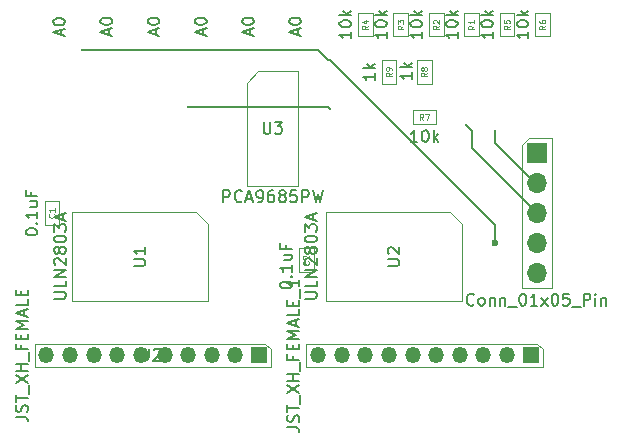
<source format=gbr>
%TF.GenerationSoftware,KiCad,Pcbnew,8.0.4*%
%TF.CreationDate,2024-10-03T15:25:37-05:00*%
%TF.ProjectId,Haptics PWM module,48617074-6963-4732-9050-574d206d6f64,rev?*%
%TF.SameCoordinates,Original*%
%TF.FileFunction,Copper,L2,Bot*%
%TF.FilePolarity,Positive*%
%FSLAX46Y46*%
G04 Gerber Fmt 4.6, Leading zero omitted, Abs format (unit mm)*
G04 Created by KiCad (PCBNEW 8.0.4) date 2024-10-03 15:25:37*
%MOMM*%
%LPD*%
G01*
G04 APERTURE LIST*
%TA.AperFunction,ComponentPad*%
%ADD10R,1.350000X1.350000*%
%TD*%
%TA.AperFunction,ComponentPad*%
%ADD11O,1.350000X1.350000*%
%TD*%
%TA.AperFunction,ComponentPad*%
%ADD12R,1.700000X1.700000*%
%TD*%
%TA.AperFunction,ComponentPad*%
%ADD13O,1.700000X1.700000*%
%TD*%
%TA.AperFunction,ViaPad*%
%ADD14C,0.300000*%
%TD*%
%TA.AperFunction,ViaPad*%
%ADD15C,0.600000*%
%TD*%
%TA.AperFunction,Conductor*%
%ADD16C,0.200000*%
%TD*%
%ADD17C,0.150000*%
%ADD18C,0.080000*%
%ADD19C,0.100000*%
G04 APERTURE END LIST*
D10*
%TO.P,J3,1,Pin_1*%
%TO.N,MCU_5V+*%
X123500000Y-145000000D03*
D11*
%TO.P,J3,2,Pin_2*%
%TO.N,/M15*%
X121500000Y-145000000D03*
%TO.P,J3,3,Pin_3*%
%TO.N,/M14*%
X119500000Y-145000000D03*
%TO.P,J3,4,Pin_4*%
%TO.N,/M13*%
X117500000Y-145000000D03*
%TO.P,J3,5,Pin_5*%
%TO.N,/M12*%
X115500000Y-145000000D03*
%TO.P,J3,6,Pin_6*%
%TO.N,/M11*%
X113500000Y-145000000D03*
%TO.P,J3,7,Pin_7*%
%TO.N,/M10*%
X111500000Y-145000000D03*
%TO.P,J3,8,Pin_8*%
%TO.N,/M9*%
X109500000Y-145000000D03*
%TO.P,J3,9,Pin_9*%
%TO.N,/M8*%
X107500000Y-145000000D03*
%TO.P,J3,10,Pin_10*%
%TO.N,MCU_5V+*%
X105500000Y-145000000D03*
%TD*%
D10*
%TO.P,J2,1,Pin_1*%
%TO.N,MCU_5V+*%
X100500000Y-145000000D03*
D11*
%TO.P,J2,2,Pin_2*%
%TO.N,/M7*%
X98500000Y-145000000D03*
%TO.P,J2,3,Pin_3*%
%TO.N,/M6*%
X96500000Y-145000000D03*
%TO.P,J2,4,Pin_4*%
%TO.N,/M5*%
X94500000Y-145000000D03*
%TO.P,J2,5,Pin_5*%
%TO.N,/M4*%
X92500000Y-145000000D03*
%TO.P,J2,6,Pin_6*%
%TO.N,/M3*%
X90500000Y-145000000D03*
%TO.P,J2,7,Pin_7*%
%TO.N,/M2*%
X88500000Y-145000000D03*
%TO.P,J2,8,Pin_8*%
%TO.N,/M1*%
X86500000Y-145000000D03*
%TO.P,J2,9,Pin_9*%
%TO.N,/M0*%
X84500000Y-145000000D03*
%TO.P,J2,10,Pin_10*%
%TO.N,MCU_5V+*%
X82500000Y-145000000D03*
%TD*%
D12*
%TO.P,J1,1,Pin_1*%
%TO.N,MCU_GND*%
X124000000Y-127840000D03*
D13*
%TO.P,J1,2,Pin_2*%
%TO.N,MCU_SDA*%
X124000000Y-130380000D03*
%TO.P,J1,3,Pin_3*%
%TO.N,MCU_SCL*%
X124000000Y-132920000D03*
%TO.P,J1,4,Pin_4*%
%TO.N,MCU_3V3+*%
X124000000Y-135460000D03*
%TO.P,J1,5,Pin_5*%
%TO.N,MCU_5V+*%
X124000000Y-138000000D03*
%TD*%
D14*
%TO.N,MCU_SCL*%
X118000000Y-125500000D03*
%TO.N,MCU_3V3+*%
X97500000Y-119187500D03*
X105500000Y-119187500D03*
X85500000Y-119187500D03*
D15*
X120500000Y-135500000D03*
D14*
X89500000Y-119187500D03*
X101500000Y-119187500D03*
X93500000Y-119187500D03*
%TO.N,MCU_SDA*%
X120500000Y-126000000D03*
%TO.N,Net-(A5-A)*%
X94500000Y-124000000D03*
X106500000Y-124150000D03*
%TD*%
D16*
%TO.N,MCU_SCL*%
X118500000Y-127420000D02*
X124000000Y-132920000D01*
X118000000Y-125500000D02*
X118500000Y-126000000D01*
X118500000Y-126000000D02*
X118500000Y-127420000D01*
%TO.N,MCU_3V3+*%
X93500000Y-119187500D02*
X97500000Y-119187500D01*
X85500000Y-119187500D02*
X89500000Y-119187500D01*
X105500000Y-119187500D02*
X106312500Y-120000000D01*
X89500000Y-119187500D02*
X93500000Y-119187500D01*
X120500000Y-135500000D02*
X120500000Y-134000000D01*
X106312500Y-120000000D02*
X106500000Y-120000000D01*
X101500000Y-119187500D02*
X105500000Y-119187500D01*
X97500000Y-119187500D02*
X101500000Y-119187500D01*
X106500000Y-120000000D02*
X120500000Y-134000000D01*
%TO.N,MCU_SDA*%
X120500000Y-127000000D02*
X120500000Y-126000000D01*
X120500000Y-127000000D02*
X123880000Y-130380000D01*
X123880000Y-130380000D02*
X124000000Y-130380000D01*
%TO.N,Net-(A5-A)*%
X106350000Y-124000000D02*
X106500000Y-124150000D01*
X94500000Y-124000000D02*
X106350000Y-124000000D01*
%TD*%
D17*
X83154819Y-140197618D02*
X83964342Y-140197618D01*
X83964342Y-140197618D02*
X84059580Y-140149999D01*
X84059580Y-140149999D02*
X84107200Y-140102380D01*
X84107200Y-140102380D02*
X84154819Y-140007142D01*
X84154819Y-140007142D02*
X84154819Y-139816666D01*
X84154819Y-139816666D02*
X84107200Y-139721428D01*
X84107200Y-139721428D02*
X84059580Y-139673809D01*
X84059580Y-139673809D02*
X83964342Y-139626190D01*
X83964342Y-139626190D02*
X83154819Y-139626190D01*
X84154819Y-138673809D02*
X84154819Y-139149999D01*
X84154819Y-139149999D02*
X83154819Y-139149999D01*
X84154819Y-138340475D02*
X83154819Y-138340475D01*
X83154819Y-138340475D02*
X84154819Y-137769047D01*
X84154819Y-137769047D02*
X83154819Y-137769047D01*
X83250057Y-137340475D02*
X83202438Y-137292856D01*
X83202438Y-137292856D02*
X83154819Y-137197618D01*
X83154819Y-137197618D02*
X83154819Y-136959523D01*
X83154819Y-136959523D02*
X83202438Y-136864285D01*
X83202438Y-136864285D02*
X83250057Y-136816666D01*
X83250057Y-136816666D02*
X83345295Y-136769047D01*
X83345295Y-136769047D02*
X83440533Y-136769047D01*
X83440533Y-136769047D02*
X83583390Y-136816666D01*
X83583390Y-136816666D02*
X84154819Y-137388094D01*
X84154819Y-137388094D02*
X84154819Y-136769047D01*
X83583390Y-136197618D02*
X83535771Y-136292856D01*
X83535771Y-136292856D02*
X83488152Y-136340475D01*
X83488152Y-136340475D02*
X83392914Y-136388094D01*
X83392914Y-136388094D02*
X83345295Y-136388094D01*
X83345295Y-136388094D02*
X83250057Y-136340475D01*
X83250057Y-136340475D02*
X83202438Y-136292856D01*
X83202438Y-136292856D02*
X83154819Y-136197618D01*
X83154819Y-136197618D02*
X83154819Y-136007142D01*
X83154819Y-136007142D02*
X83202438Y-135911904D01*
X83202438Y-135911904D02*
X83250057Y-135864285D01*
X83250057Y-135864285D02*
X83345295Y-135816666D01*
X83345295Y-135816666D02*
X83392914Y-135816666D01*
X83392914Y-135816666D02*
X83488152Y-135864285D01*
X83488152Y-135864285D02*
X83535771Y-135911904D01*
X83535771Y-135911904D02*
X83583390Y-136007142D01*
X83583390Y-136007142D02*
X83583390Y-136197618D01*
X83583390Y-136197618D02*
X83631009Y-136292856D01*
X83631009Y-136292856D02*
X83678628Y-136340475D01*
X83678628Y-136340475D02*
X83773866Y-136388094D01*
X83773866Y-136388094D02*
X83964342Y-136388094D01*
X83964342Y-136388094D02*
X84059580Y-136340475D01*
X84059580Y-136340475D02*
X84107200Y-136292856D01*
X84107200Y-136292856D02*
X84154819Y-136197618D01*
X84154819Y-136197618D02*
X84154819Y-136007142D01*
X84154819Y-136007142D02*
X84107200Y-135911904D01*
X84107200Y-135911904D02*
X84059580Y-135864285D01*
X84059580Y-135864285D02*
X83964342Y-135816666D01*
X83964342Y-135816666D02*
X83773866Y-135816666D01*
X83773866Y-135816666D02*
X83678628Y-135864285D01*
X83678628Y-135864285D02*
X83631009Y-135911904D01*
X83631009Y-135911904D02*
X83583390Y-136007142D01*
X83154819Y-135197618D02*
X83154819Y-135102380D01*
X83154819Y-135102380D02*
X83202438Y-135007142D01*
X83202438Y-135007142D02*
X83250057Y-134959523D01*
X83250057Y-134959523D02*
X83345295Y-134911904D01*
X83345295Y-134911904D02*
X83535771Y-134864285D01*
X83535771Y-134864285D02*
X83773866Y-134864285D01*
X83773866Y-134864285D02*
X83964342Y-134911904D01*
X83964342Y-134911904D02*
X84059580Y-134959523D01*
X84059580Y-134959523D02*
X84107200Y-135007142D01*
X84107200Y-135007142D02*
X84154819Y-135102380D01*
X84154819Y-135102380D02*
X84154819Y-135197618D01*
X84154819Y-135197618D02*
X84107200Y-135292856D01*
X84107200Y-135292856D02*
X84059580Y-135340475D01*
X84059580Y-135340475D02*
X83964342Y-135388094D01*
X83964342Y-135388094D02*
X83773866Y-135435713D01*
X83773866Y-135435713D02*
X83535771Y-135435713D01*
X83535771Y-135435713D02*
X83345295Y-135388094D01*
X83345295Y-135388094D02*
X83250057Y-135340475D01*
X83250057Y-135340475D02*
X83202438Y-135292856D01*
X83202438Y-135292856D02*
X83154819Y-135197618D01*
X83154819Y-134530951D02*
X83154819Y-133911904D01*
X83154819Y-133911904D02*
X83535771Y-134245237D01*
X83535771Y-134245237D02*
X83535771Y-134102380D01*
X83535771Y-134102380D02*
X83583390Y-134007142D01*
X83583390Y-134007142D02*
X83631009Y-133959523D01*
X83631009Y-133959523D02*
X83726247Y-133911904D01*
X83726247Y-133911904D02*
X83964342Y-133911904D01*
X83964342Y-133911904D02*
X84059580Y-133959523D01*
X84059580Y-133959523D02*
X84107200Y-134007142D01*
X84107200Y-134007142D02*
X84154819Y-134102380D01*
X84154819Y-134102380D02*
X84154819Y-134388094D01*
X84154819Y-134388094D02*
X84107200Y-134483332D01*
X84107200Y-134483332D02*
X84059580Y-134530951D01*
X83869104Y-133530951D02*
X83869104Y-133054761D01*
X84154819Y-133626189D02*
X83154819Y-133292856D01*
X83154819Y-133292856D02*
X84154819Y-132959523D01*
X89874819Y-137411904D02*
X90684342Y-137411904D01*
X90684342Y-137411904D02*
X90779580Y-137364285D01*
X90779580Y-137364285D02*
X90827200Y-137316666D01*
X90827200Y-137316666D02*
X90874819Y-137221428D01*
X90874819Y-137221428D02*
X90874819Y-137030952D01*
X90874819Y-137030952D02*
X90827200Y-136935714D01*
X90827200Y-136935714D02*
X90779580Y-136888095D01*
X90779580Y-136888095D02*
X90684342Y-136840476D01*
X90684342Y-136840476D02*
X89874819Y-136840476D01*
X90874819Y-135840476D02*
X90874819Y-136411904D01*
X90874819Y-136126190D02*
X89874819Y-136126190D01*
X89874819Y-136126190D02*
X90017676Y-136221428D01*
X90017676Y-136221428D02*
X90112914Y-136316666D01*
X90112914Y-136316666D02*
X90160533Y-136411904D01*
X110304819Y-121119047D02*
X110304819Y-121690475D01*
X110304819Y-121404761D02*
X109304819Y-121404761D01*
X109304819Y-121404761D02*
X109447676Y-121499999D01*
X109447676Y-121499999D02*
X109542914Y-121595237D01*
X109542914Y-121595237D02*
X109590533Y-121690475D01*
X110304819Y-120690475D02*
X109304819Y-120690475D01*
X109923866Y-120595237D02*
X110304819Y-120309523D01*
X109638152Y-120309523D02*
X110019104Y-120690475D01*
D18*
X111727149Y-121083333D02*
X111489054Y-121249999D01*
X111727149Y-121369047D02*
X111227149Y-121369047D01*
X111227149Y-121369047D02*
X111227149Y-121178571D01*
X111227149Y-121178571D02*
X111250959Y-121130952D01*
X111250959Y-121130952D02*
X111274768Y-121107142D01*
X111274768Y-121107142D02*
X111322387Y-121083333D01*
X111322387Y-121083333D02*
X111393816Y-121083333D01*
X111393816Y-121083333D02*
X111441435Y-121107142D01*
X111441435Y-121107142D02*
X111465244Y-121130952D01*
X111465244Y-121130952D02*
X111489054Y-121178571D01*
X111489054Y-121178571D02*
X111489054Y-121369047D01*
X111727149Y-120845237D02*
X111727149Y-120749999D01*
X111727149Y-120749999D02*
X111703340Y-120702380D01*
X111703340Y-120702380D02*
X111679530Y-120678571D01*
X111679530Y-120678571D02*
X111608101Y-120630952D01*
X111608101Y-120630952D02*
X111512863Y-120607142D01*
X111512863Y-120607142D02*
X111322387Y-120607142D01*
X111322387Y-120607142D02*
X111274768Y-120630952D01*
X111274768Y-120630952D02*
X111250959Y-120654761D01*
X111250959Y-120654761D02*
X111227149Y-120702380D01*
X111227149Y-120702380D02*
X111227149Y-120797618D01*
X111227149Y-120797618D02*
X111250959Y-120845237D01*
X111250959Y-120845237D02*
X111274768Y-120869047D01*
X111274768Y-120869047D02*
X111322387Y-120892856D01*
X111322387Y-120892856D02*
X111441435Y-120892856D01*
X111441435Y-120892856D02*
X111489054Y-120869047D01*
X111489054Y-120869047D02*
X111512863Y-120845237D01*
X111512863Y-120845237D02*
X111536673Y-120797618D01*
X111536673Y-120797618D02*
X111536673Y-120702380D01*
X111536673Y-120702380D02*
X111512863Y-120654761D01*
X111512863Y-120654761D02*
X111489054Y-120630952D01*
X111489054Y-120630952D02*
X111441435Y-120607142D01*
D17*
X102894819Y-151071429D02*
X103609104Y-151071429D01*
X103609104Y-151071429D02*
X103751961Y-151119048D01*
X103751961Y-151119048D02*
X103847200Y-151214286D01*
X103847200Y-151214286D02*
X103894819Y-151357143D01*
X103894819Y-151357143D02*
X103894819Y-151452381D01*
X103847200Y-150642857D02*
X103894819Y-150500000D01*
X103894819Y-150500000D02*
X103894819Y-150261905D01*
X103894819Y-150261905D02*
X103847200Y-150166667D01*
X103847200Y-150166667D02*
X103799580Y-150119048D01*
X103799580Y-150119048D02*
X103704342Y-150071429D01*
X103704342Y-150071429D02*
X103609104Y-150071429D01*
X103609104Y-150071429D02*
X103513866Y-150119048D01*
X103513866Y-150119048D02*
X103466247Y-150166667D01*
X103466247Y-150166667D02*
X103418628Y-150261905D01*
X103418628Y-150261905D02*
X103371009Y-150452381D01*
X103371009Y-150452381D02*
X103323390Y-150547619D01*
X103323390Y-150547619D02*
X103275771Y-150595238D01*
X103275771Y-150595238D02*
X103180533Y-150642857D01*
X103180533Y-150642857D02*
X103085295Y-150642857D01*
X103085295Y-150642857D02*
X102990057Y-150595238D01*
X102990057Y-150595238D02*
X102942438Y-150547619D01*
X102942438Y-150547619D02*
X102894819Y-150452381D01*
X102894819Y-150452381D02*
X102894819Y-150214286D01*
X102894819Y-150214286D02*
X102942438Y-150071429D01*
X102894819Y-149785714D02*
X102894819Y-149214286D01*
X103894819Y-149500000D02*
X102894819Y-149500000D01*
X103990057Y-149119048D02*
X103990057Y-148357143D01*
X102894819Y-148214285D02*
X103894819Y-147547619D01*
X102894819Y-147547619D02*
X103894819Y-148214285D01*
X103894819Y-147166666D02*
X102894819Y-147166666D01*
X103371009Y-147166666D02*
X103371009Y-146595238D01*
X103894819Y-146595238D02*
X102894819Y-146595238D01*
X103990057Y-146357143D02*
X103990057Y-145595238D01*
X103371009Y-145023809D02*
X103371009Y-145357142D01*
X103894819Y-145357142D02*
X102894819Y-145357142D01*
X102894819Y-145357142D02*
X102894819Y-144880952D01*
X103371009Y-144499999D02*
X103371009Y-144166666D01*
X103894819Y-144023809D02*
X103894819Y-144499999D01*
X103894819Y-144499999D02*
X102894819Y-144499999D01*
X102894819Y-144499999D02*
X102894819Y-144023809D01*
X103894819Y-143595237D02*
X102894819Y-143595237D01*
X102894819Y-143595237D02*
X103609104Y-143261904D01*
X103609104Y-143261904D02*
X102894819Y-142928571D01*
X102894819Y-142928571D02*
X103894819Y-142928571D01*
X103609104Y-142499999D02*
X103609104Y-142023809D01*
X103894819Y-142595237D02*
X102894819Y-142261904D01*
X102894819Y-142261904D02*
X103894819Y-141928571D01*
X103894819Y-141119047D02*
X103894819Y-141595237D01*
X103894819Y-141595237D02*
X102894819Y-141595237D01*
X103371009Y-140785713D02*
X103371009Y-140452380D01*
X103894819Y-140309523D02*
X103894819Y-140785713D01*
X103894819Y-140785713D02*
X102894819Y-140785713D01*
X102894819Y-140785713D02*
X102894819Y-140309523D01*
X103990057Y-140119047D02*
X103990057Y-139357142D01*
X103894819Y-138595237D02*
X103894819Y-139166665D01*
X103894819Y-138880951D02*
X102894819Y-138880951D01*
X102894819Y-138880951D02*
X103037676Y-138976189D01*
X103037676Y-138976189D02*
X103132914Y-139071427D01*
X103132914Y-139071427D02*
X103180533Y-139166665D01*
X120304819Y-117595238D02*
X120304819Y-118166666D01*
X120304819Y-117880952D02*
X119304819Y-117880952D01*
X119304819Y-117880952D02*
X119447676Y-117976190D01*
X119447676Y-117976190D02*
X119542914Y-118071428D01*
X119542914Y-118071428D02*
X119590533Y-118166666D01*
X119304819Y-116976190D02*
X119304819Y-116880952D01*
X119304819Y-116880952D02*
X119352438Y-116785714D01*
X119352438Y-116785714D02*
X119400057Y-116738095D01*
X119400057Y-116738095D02*
X119495295Y-116690476D01*
X119495295Y-116690476D02*
X119685771Y-116642857D01*
X119685771Y-116642857D02*
X119923866Y-116642857D01*
X119923866Y-116642857D02*
X120114342Y-116690476D01*
X120114342Y-116690476D02*
X120209580Y-116738095D01*
X120209580Y-116738095D02*
X120257200Y-116785714D01*
X120257200Y-116785714D02*
X120304819Y-116880952D01*
X120304819Y-116880952D02*
X120304819Y-116976190D01*
X120304819Y-116976190D02*
X120257200Y-117071428D01*
X120257200Y-117071428D02*
X120209580Y-117119047D01*
X120209580Y-117119047D02*
X120114342Y-117166666D01*
X120114342Y-117166666D02*
X119923866Y-117214285D01*
X119923866Y-117214285D02*
X119685771Y-117214285D01*
X119685771Y-117214285D02*
X119495295Y-117166666D01*
X119495295Y-117166666D02*
X119400057Y-117119047D01*
X119400057Y-117119047D02*
X119352438Y-117071428D01*
X119352438Y-117071428D02*
X119304819Y-116976190D01*
X120304819Y-116214285D02*
X119304819Y-116214285D01*
X119923866Y-116119047D02*
X120304819Y-115833333D01*
X119638152Y-115833333D02*
X120019104Y-116214285D01*
D18*
X121727149Y-117083333D02*
X121489054Y-117249999D01*
X121727149Y-117369047D02*
X121227149Y-117369047D01*
X121227149Y-117369047D02*
X121227149Y-117178571D01*
X121227149Y-117178571D02*
X121250959Y-117130952D01*
X121250959Y-117130952D02*
X121274768Y-117107142D01*
X121274768Y-117107142D02*
X121322387Y-117083333D01*
X121322387Y-117083333D02*
X121393816Y-117083333D01*
X121393816Y-117083333D02*
X121441435Y-117107142D01*
X121441435Y-117107142D02*
X121465244Y-117130952D01*
X121465244Y-117130952D02*
X121489054Y-117178571D01*
X121489054Y-117178571D02*
X121489054Y-117369047D01*
X121227149Y-116630952D02*
X121227149Y-116869047D01*
X121227149Y-116869047D02*
X121465244Y-116892856D01*
X121465244Y-116892856D02*
X121441435Y-116869047D01*
X121441435Y-116869047D02*
X121417625Y-116821428D01*
X121417625Y-116821428D02*
X121417625Y-116702380D01*
X121417625Y-116702380D02*
X121441435Y-116654761D01*
X121441435Y-116654761D02*
X121465244Y-116630952D01*
X121465244Y-116630952D02*
X121512863Y-116607142D01*
X121512863Y-116607142D02*
X121631911Y-116607142D01*
X121631911Y-116607142D02*
X121679530Y-116630952D01*
X121679530Y-116630952D02*
X121703340Y-116654761D01*
X121703340Y-116654761D02*
X121727149Y-116702380D01*
X121727149Y-116702380D02*
X121727149Y-116821428D01*
X121727149Y-116821428D02*
X121703340Y-116869047D01*
X121703340Y-116869047D02*
X121679530Y-116892856D01*
D17*
X95769104Y-117851785D02*
X95769104Y-117375595D01*
X96054819Y-117947023D02*
X95054819Y-117613690D01*
X95054819Y-117613690D02*
X96054819Y-117280357D01*
X95054819Y-116756547D02*
X95054819Y-116661309D01*
X95054819Y-116661309D02*
X95102438Y-116566071D01*
X95102438Y-116566071D02*
X95150057Y-116518452D01*
X95150057Y-116518452D02*
X95245295Y-116470833D01*
X95245295Y-116470833D02*
X95435771Y-116423214D01*
X95435771Y-116423214D02*
X95673866Y-116423214D01*
X95673866Y-116423214D02*
X95864342Y-116470833D01*
X95864342Y-116470833D02*
X95959580Y-116518452D01*
X95959580Y-116518452D02*
X96007200Y-116566071D01*
X96007200Y-116566071D02*
X96054819Y-116661309D01*
X96054819Y-116661309D02*
X96054819Y-116756547D01*
X96054819Y-116756547D02*
X96007200Y-116851785D01*
X96007200Y-116851785D02*
X95959580Y-116899404D01*
X95959580Y-116899404D02*
X95864342Y-116947023D01*
X95864342Y-116947023D02*
X95673866Y-116994642D01*
X95673866Y-116994642D02*
X95435771Y-116994642D01*
X95435771Y-116994642D02*
X95245295Y-116947023D01*
X95245295Y-116947023D02*
X95150057Y-116899404D01*
X95150057Y-116899404D02*
X95102438Y-116851785D01*
X95102438Y-116851785D02*
X95054819Y-116756547D01*
X103769104Y-117851785D02*
X103769104Y-117375595D01*
X104054819Y-117947023D02*
X103054819Y-117613690D01*
X103054819Y-117613690D02*
X104054819Y-117280357D01*
X103054819Y-116756547D02*
X103054819Y-116661309D01*
X103054819Y-116661309D02*
X103102438Y-116566071D01*
X103102438Y-116566071D02*
X103150057Y-116518452D01*
X103150057Y-116518452D02*
X103245295Y-116470833D01*
X103245295Y-116470833D02*
X103435771Y-116423214D01*
X103435771Y-116423214D02*
X103673866Y-116423214D01*
X103673866Y-116423214D02*
X103864342Y-116470833D01*
X103864342Y-116470833D02*
X103959580Y-116518452D01*
X103959580Y-116518452D02*
X104007200Y-116566071D01*
X104007200Y-116566071D02*
X104054819Y-116661309D01*
X104054819Y-116661309D02*
X104054819Y-116756547D01*
X104054819Y-116756547D02*
X104007200Y-116851785D01*
X104007200Y-116851785D02*
X103959580Y-116899404D01*
X103959580Y-116899404D02*
X103864342Y-116947023D01*
X103864342Y-116947023D02*
X103673866Y-116994642D01*
X103673866Y-116994642D02*
X103435771Y-116994642D01*
X103435771Y-116994642D02*
X103245295Y-116947023D01*
X103245295Y-116947023D02*
X103150057Y-116899404D01*
X103150057Y-116899404D02*
X103102438Y-116851785D01*
X103102438Y-116851785D02*
X103054819Y-116756547D01*
X108304819Y-117595238D02*
X108304819Y-118166666D01*
X108304819Y-117880952D02*
X107304819Y-117880952D01*
X107304819Y-117880952D02*
X107447676Y-117976190D01*
X107447676Y-117976190D02*
X107542914Y-118071428D01*
X107542914Y-118071428D02*
X107590533Y-118166666D01*
X107304819Y-116976190D02*
X107304819Y-116880952D01*
X107304819Y-116880952D02*
X107352438Y-116785714D01*
X107352438Y-116785714D02*
X107400057Y-116738095D01*
X107400057Y-116738095D02*
X107495295Y-116690476D01*
X107495295Y-116690476D02*
X107685771Y-116642857D01*
X107685771Y-116642857D02*
X107923866Y-116642857D01*
X107923866Y-116642857D02*
X108114342Y-116690476D01*
X108114342Y-116690476D02*
X108209580Y-116738095D01*
X108209580Y-116738095D02*
X108257200Y-116785714D01*
X108257200Y-116785714D02*
X108304819Y-116880952D01*
X108304819Y-116880952D02*
X108304819Y-116976190D01*
X108304819Y-116976190D02*
X108257200Y-117071428D01*
X108257200Y-117071428D02*
X108209580Y-117119047D01*
X108209580Y-117119047D02*
X108114342Y-117166666D01*
X108114342Y-117166666D02*
X107923866Y-117214285D01*
X107923866Y-117214285D02*
X107685771Y-117214285D01*
X107685771Y-117214285D02*
X107495295Y-117166666D01*
X107495295Y-117166666D02*
X107400057Y-117119047D01*
X107400057Y-117119047D02*
X107352438Y-117071428D01*
X107352438Y-117071428D02*
X107304819Y-116976190D01*
X108304819Y-116214285D02*
X107304819Y-116214285D01*
X107923866Y-116119047D02*
X108304819Y-115833333D01*
X107638152Y-115833333D02*
X108019104Y-116214285D01*
D18*
X109727149Y-117083333D02*
X109489054Y-117249999D01*
X109727149Y-117369047D02*
X109227149Y-117369047D01*
X109227149Y-117369047D02*
X109227149Y-117178571D01*
X109227149Y-117178571D02*
X109250959Y-117130952D01*
X109250959Y-117130952D02*
X109274768Y-117107142D01*
X109274768Y-117107142D02*
X109322387Y-117083333D01*
X109322387Y-117083333D02*
X109393816Y-117083333D01*
X109393816Y-117083333D02*
X109441435Y-117107142D01*
X109441435Y-117107142D02*
X109465244Y-117130952D01*
X109465244Y-117130952D02*
X109489054Y-117178571D01*
X109489054Y-117178571D02*
X109489054Y-117369047D01*
X109393816Y-116654761D02*
X109727149Y-116654761D01*
X109203340Y-116773809D02*
X109560482Y-116892856D01*
X109560482Y-116892856D02*
X109560482Y-116583333D01*
D17*
X113903076Y-126934928D02*
X113331648Y-126934928D01*
X113617362Y-126934928D02*
X113617362Y-125934928D01*
X113617362Y-125934928D02*
X113522124Y-126077785D01*
X113522124Y-126077785D02*
X113426886Y-126173023D01*
X113426886Y-126173023D02*
X113331648Y-126220642D01*
X114522124Y-125934928D02*
X114617362Y-125934928D01*
X114617362Y-125934928D02*
X114712600Y-125982547D01*
X114712600Y-125982547D02*
X114760219Y-126030166D01*
X114760219Y-126030166D02*
X114807838Y-126125404D01*
X114807838Y-126125404D02*
X114855457Y-126315880D01*
X114855457Y-126315880D02*
X114855457Y-126553975D01*
X114855457Y-126553975D02*
X114807838Y-126744451D01*
X114807838Y-126744451D02*
X114760219Y-126839689D01*
X114760219Y-126839689D02*
X114712600Y-126887309D01*
X114712600Y-126887309D02*
X114617362Y-126934928D01*
X114617362Y-126934928D02*
X114522124Y-126934928D01*
X114522124Y-126934928D02*
X114426886Y-126887309D01*
X114426886Y-126887309D02*
X114379267Y-126839689D01*
X114379267Y-126839689D02*
X114331648Y-126744451D01*
X114331648Y-126744451D02*
X114284029Y-126553975D01*
X114284029Y-126553975D02*
X114284029Y-126315880D01*
X114284029Y-126315880D02*
X114331648Y-126125404D01*
X114331648Y-126125404D02*
X114379267Y-126030166D01*
X114379267Y-126030166D02*
X114426886Y-125982547D01*
X114426886Y-125982547D02*
X114522124Y-125934928D01*
X115284029Y-126934928D02*
X115284029Y-125934928D01*
X115379267Y-126553975D02*
X115664981Y-126934928D01*
X115664981Y-126268261D02*
X115284029Y-126649213D01*
D18*
X114414981Y-125057258D02*
X114248315Y-124819163D01*
X114129267Y-125057258D02*
X114129267Y-124557258D01*
X114129267Y-124557258D02*
X114319743Y-124557258D01*
X114319743Y-124557258D02*
X114367362Y-124581068D01*
X114367362Y-124581068D02*
X114391172Y-124604877D01*
X114391172Y-124604877D02*
X114414981Y-124652496D01*
X114414981Y-124652496D02*
X114414981Y-124723925D01*
X114414981Y-124723925D02*
X114391172Y-124771544D01*
X114391172Y-124771544D02*
X114367362Y-124795353D01*
X114367362Y-124795353D02*
X114319743Y-124819163D01*
X114319743Y-124819163D02*
X114129267Y-124819163D01*
X114581648Y-124557258D02*
X114914981Y-124557258D01*
X114914981Y-124557258D02*
X114700696Y-125057258D01*
D17*
X123304819Y-117595238D02*
X123304819Y-118166666D01*
X123304819Y-117880952D02*
X122304819Y-117880952D01*
X122304819Y-117880952D02*
X122447676Y-117976190D01*
X122447676Y-117976190D02*
X122542914Y-118071428D01*
X122542914Y-118071428D02*
X122590533Y-118166666D01*
X122304819Y-116976190D02*
X122304819Y-116880952D01*
X122304819Y-116880952D02*
X122352438Y-116785714D01*
X122352438Y-116785714D02*
X122400057Y-116738095D01*
X122400057Y-116738095D02*
X122495295Y-116690476D01*
X122495295Y-116690476D02*
X122685771Y-116642857D01*
X122685771Y-116642857D02*
X122923866Y-116642857D01*
X122923866Y-116642857D02*
X123114342Y-116690476D01*
X123114342Y-116690476D02*
X123209580Y-116738095D01*
X123209580Y-116738095D02*
X123257200Y-116785714D01*
X123257200Y-116785714D02*
X123304819Y-116880952D01*
X123304819Y-116880952D02*
X123304819Y-116976190D01*
X123304819Y-116976190D02*
X123257200Y-117071428D01*
X123257200Y-117071428D02*
X123209580Y-117119047D01*
X123209580Y-117119047D02*
X123114342Y-117166666D01*
X123114342Y-117166666D02*
X122923866Y-117214285D01*
X122923866Y-117214285D02*
X122685771Y-117214285D01*
X122685771Y-117214285D02*
X122495295Y-117166666D01*
X122495295Y-117166666D02*
X122400057Y-117119047D01*
X122400057Y-117119047D02*
X122352438Y-117071428D01*
X122352438Y-117071428D02*
X122304819Y-116976190D01*
X123304819Y-116214285D02*
X122304819Y-116214285D01*
X122923866Y-116119047D02*
X123304819Y-115833333D01*
X122638152Y-115833333D02*
X123019104Y-116214285D01*
D18*
X124727149Y-117083333D02*
X124489054Y-117249999D01*
X124727149Y-117369047D02*
X124227149Y-117369047D01*
X124227149Y-117369047D02*
X124227149Y-117178571D01*
X124227149Y-117178571D02*
X124250959Y-117130952D01*
X124250959Y-117130952D02*
X124274768Y-117107142D01*
X124274768Y-117107142D02*
X124322387Y-117083333D01*
X124322387Y-117083333D02*
X124393816Y-117083333D01*
X124393816Y-117083333D02*
X124441435Y-117107142D01*
X124441435Y-117107142D02*
X124465244Y-117130952D01*
X124465244Y-117130952D02*
X124489054Y-117178571D01*
X124489054Y-117178571D02*
X124489054Y-117369047D01*
X124227149Y-116654761D02*
X124227149Y-116749999D01*
X124227149Y-116749999D02*
X124250959Y-116797618D01*
X124250959Y-116797618D02*
X124274768Y-116821428D01*
X124274768Y-116821428D02*
X124346197Y-116869047D01*
X124346197Y-116869047D02*
X124441435Y-116892856D01*
X124441435Y-116892856D02*
X124631911Y-116892856D01*
X124631911Y-116892856D02*
X124679530Y-116869047D01*
X124679530Y-116869047D02*
X124703340Y-116845237D01*
X124703340Y-116845237D02*
X124727149Y-116797618D01*
X124727149Y-116797618D02*
X124727149Y-116702380D01*
X124727149Y-116702380D02*
X124703340Y-116654761D01*
X124703340Y-116654761D02*
X124679530Y-116630952D01*
X124679530Y-116630952D02*
X124631911Y-116607142D01*
X124631911Y-116607142D02*
X124512863Y-116607142D01*
X124512863Y-116607142D02*
X124465244Y-116630952D01*
X124465244Y-116630952D02*
X124441435Y-116654761D01*
X124441435Y-116654761D02*
X124417625Y-116702380D01*
X124417625Y-116702380D02*
X124417625Y-116797618D01*
X124417625Y-116797618D02*
X124441435Y-116845237D01*
X124441435Y-116845237D02*
X124465244Y-116869047D01*
X124465244Y-116869047D02*
X124512863Y-116892856D01*
D17*
X83769104Y-117901785D02*
X83769104Y-117425595D01*
X84054819Y-117997023D02*
X83054819Y-117663690D01*
X83054819Y-117663690D02*
X84054819Y-117330357D01*
X83054819Y-116806547D02*
X83054819Y-116711309D01*
X83054819Y-116711309D02*
X83102438Y-116616071D01*
X83102438Y-116616071D02*
X83150057Y-116568452D01*
X83150057Y-116568452D02*
X83245295Y-116520833D01*
X83245295Y-116520833D02*
X83435771Y-116473214D01*
X83435771Y-116473214D02*
X83673866Y-116473214D01*
X83673866Y-116473214D02*
X83864342Y-116520833D01*
X83864342Y-116520833D02*
X83959580Y-116568452D01*
X83959580Y-116568452D02*
X84007200Y-116616071D01*
X84007200Y-116616071D02*
X84054819Y-116711309D01*
X84054819Y-116711309D02*
X84054819Y-116806547D01*
X84054819Y-116806547D02*
X84007200Y-116901785D01*
X84007200Y-116901785D02*
X83959580Y-116949404D01*
X83959580Y-116949404D02*
X83864342Y-116997023D01*
X83864342Y-116997023D02*
X83673866Y-117044642D01*
X83673866Y-117044642D02*
X83435771Y-117044642D01*
X83435771Y-117044642D02*
X83245295Y-116997023D01*
X83245295Y-116997023D02*
X83150057Y-116949404D01*
X83150057Y-116949404D02*
X83102438Y-116901785D01*
X83102438Y-116901785D02*
X83054819Y-116806547D01*
X79894819Y-150214286D02*
X80609104Y-150214286D01*
X80609104Y-150214286D02*
X80751961Y-150261905D01*
X80751961Y-150261905D02*
X80847200Y-150357143D01*
X80847200Y-150357143D02*
X80894819Y-150500000D01*
X80894819Y-150500000D02*
X80894819Y-150595238D01*
X80847200Y-149785714D02*
X80894819Y-149642857D01*
X80894819Y-149642857D02*
X80894819Y-149404762D01*
X80894819Y-149404762D02*
X80847200Y-149309524D01*
X80847200Y-149309524D02*
X80799580Y-149261905D01*
X80799580Y-149261905D02*
X80704342Y-149214286D01*
X80704342Y-149214286D02*
X80609104Y-149214286D01*
X80609104Y-149214286D02*
X80513866Y-149261905D01*
X80513866Y-149261905D02*
X80466247Y-149309524D01*
X80466247Y-149309524D02*
X80418628Y-149404762D01*
X80418628Y-149404762D02*
X80371009Y-149595238D01*
X80371009Y-149595238D02*
X80323390Y-149690476D01*
X80323390Y-149690476D02*
X80275771Y-149738095D01*
X80275771Y-149738095D02*
X80180533Y-149785714D01*
X80180533Y-149785714D02*
X80085295Y-149785714D01*
X80085295Y-149785714D02*
X79990057Y-149738095D01*
X79990057Y-149738095D02*
X79942438Y-149690476D01*
X79942438Y-149690476D02*
X79894819Y-149595238D01*
X79894819Y-149595238D02*
X79894819Y-149357143D01*
X79894819Y-149357143D02*
X79942438Y-149214286D01*
X79894819Y-148928571D02*
X79894819Y-148357143D01*
X80894819Y-148642857D02*
X79894819Y-148642857D01*
X80990057Y-148261905D02*
X80990057Y-147500000D01*
X79894819Y-147357142D02*
X80894819Y-146690476D01*
X79894819Y-146690476D02*
X80894819Y-147357142D01*
X80894819Y-146309523D02*
X79894819Y-146309523D01*
X80371009Y-146309523D02*
X80371009Y-145738095D01*
X80894819Y-145738095D02*
X79894819Y-145738095D01*
X80990057Y-145500000D02*
X80990057Y-144738095D01*
X80371009Y-144166666D02*
X80371009Y-144499999D01*
X80894819Y-144499999D02*
X79894819Y-144499999D01*
X79894819Y-144499999D02*
X79894819Y-144023809D01*
X80371009Y-143642856D02*
X80371009Y-143309523D01*
X80894819Y-143166666D02*
X80894819Y-143642856D01*
X80894819Y-143642856D02*
X79894819Y-143642856D01*
X79894819Y-143642856D02*
X79894819Y-143166666D01*
X80894819Y-142738094D02*
X79894819Y-142738094D01*
X79894819Y-142738094D02*
X80609104Y-142404761D01*
X80609104Y-142404761D02*
X79894819Y-142071428D01*
X79894819Y-142071428D02*
X80894819Y-142071428D01*
X80609104Y-141642856D02*
X80609104Y-141166666D01*
X80894819Y-141738094D02*
X79894819Y-141404761D01*
X79894819Y-141404761D02*
X80894819Y-141071428D01*
X80894819Y-140261904D02*
X80894819Y-140738094D01*
X80894819Y-140738094D02*
X79894819Y-140738094D01*
X80371009Y-139928570D02*
X80371009Y-139595237D01*
X80894819Y-139452380D02*
X80894819Y-139928570D01*
X80894819Y-139928570D02*
X79894819Y-139928570D01*
X79894819Y-139928570D02*
X79894819Y-139452380D01*
X91166666Y-144454819D02*
X91166666Y-145169104D01*
X91166666Y-145169104D02*
X91119047Y-145311961D01*
X91119047Y-145311961D02*
X91023809Y-145407200D01*
X91023809Y-145407200D02*
X90880952Y-145454819D01*
X90880952Y-145454819D02*
X90785714Y-145454819D01*
X91595238Y-144550057D02*
X91642857Y-144502438D01*
X91642857Y-144502438D02*
X91738095Y-144454819D01*
X91738095Y-144454819D02*
X91976190Y-144454819D01*
X91976190Y-144454819D02*
X92071428Y-144502438D01*
X92071428Y-144502438D02*
X92119047Y-144550057D01*
X92119047Y-144550057D02*
X92166666Y-144645295D01*
X92166666Y-144645295D02*
X92166666Y-144740533D01*
X92166666Y-144740533D02*
X92119047Y-144883390D01*
X92119047Y-144883390D02*
X91547619Y-145454819D01*
X91547619Y-145454819D02*
X92166666Y-145454819D01*
X114304819Y-117595238D02*
X114304819Y-118166666D01*
X114304819Y-117880952D02*
X113304819Y-117880952D01*
X113304819Y-117880952D02*
X113447676Y-117976190D01*
X113447676Y-117976190D02*
X113542914Y-118071428D01*
X113542914Y-118071428D02*
X113590533Y-118166666D01*
X113304819Y-116976190D02*
X113304819Y-116880952D01*
X113304819Y-116880952D02*
X113352438Y-116785714D01*
X113352438Y-116785714D02*
X113400057Y-116738095D01*
X113400057Y-116738095D02*
X113495295Y-116690476D01*
X113495295Y-116690476D02*
X113685771Y-116642857D01*
X113685771Y-116642857D02*
X113923866Y-116642857D01*
X113923866Y-116642857D02*
X114114342Y-116690476D01*
X114114342Y-116690476D02*
X114209580Y-116738095D01*
X114209580Y-116738095D02*
X114257200Y-116785714D01*
X114257200Y-116785714D02*
X114304819Y-116880952D01*
X114304819Y-116880952D02*
X114304819Y-116976190D01*
X114304819Y-116976190D02*
X114257200Y-117071428D01*
X114257200Y-117071428D02*
X114209580Y-117119047D01*
X114209580Y-117119047D02*
X114114342Y-117166666D01*
X114114342Y-117166666D02*
X113923866Y-117214285D01*
X113923866Y-117214285D02*
X113685771Y-117214285D01*
X113685771Y-117214285D02*
X113495295Y-117166666D01*
X113495295Y-117166666D02*
X113400057Y-117119047D01*
X113400057Y-117119047D02*
X113352438Y-117071428D01*
X113352438Y-117071428D02*
X113304819Y-116976190D01*
X114304819Y-116214285D02*
X113304819Y-116214285D01*
X113923866Y-116119047D02*
X114304819Y-115833333D01*
X113638152Y-115833333D02*
X114019104Y-116214285D01*
D18*
X115727149Y-117083333D02*
X115489054Y-117249999D01*
X115727149Y-117369047D02*
X115227149Y-117369047D01*
X115227149Y-117369047D02*
X115227149Y-117178571D01*
X115227149Y-117178571D02*
X115250959Y-117130952D01*
X115250959Y-117130952D02*
X115274768Y-117107142D01*
X115274768Y-117107142D02*
X115322387Y-117083333D01*
X115322387Y-117083333D02*
X115393816Y-117083333D01*
X115393816Y-117083333D02*
X115441435Y-117107142D01*
X115441435Y-117107142D02*
X115465244Y-117130952D01*
X115465244Y-117130952D02*
X115489054Y-117178571D01*
X115489054Y-117178571D02*
X115489054Y-117369047D01*
X115274768Y-116892856D02*
X115250959Y-116869047D01*
X115250959Y-116869047D02*
X115227149Y-116821428D01*
X115227149Y-116821428D02*
X115227149Y-116702380D01*
X115227149Y-116702380D02*
X115250959Y-116654761D01*
X115250959Y-116654761D02*
X115274768Y-116630952D01*
X115274768Y-116630952D02*
X115322387Y-116607142D01*
X115322387Y-116607142D02*
X115370006Y-116607142D01*
X115370006Y-116607142D02*
X115441435Y-116630952D01*
X115441435Y-116630952D02*
X115727149Y-116916666D01*
X115727149Y-116916666D02*
X115727149Y-116607142D01*
D17*
X80734819Y-134592856D02*
X80734819Y-134497618D01*
X80734819Y-134497618D02*
X80782438Y-134402380D01*
X80782438Y-134402380D02*
X80830057Y-134354761D01*
X80830057Y-134354761D02*
X80925295Y-134307142D01*
X80925295Y-134307142D02*
X81115771Y-134259523D01*
X81115771Y-134259523D02*
X81353866Y-134259523D01*
X81353866Y-134259523D02*
X81544342Y-134307142D01*
X81544342Y-134307142D02*
X81639580Y-134354761D01*
X81639580Y-134354761D02*
X81687200Y-134402380D01*
X81687200Y-134402380D02*
X81734819Y-134497618D01*
X81734819Y-134497618D02*
X81734819Y-134592856D01*
X81734819Y-134592856D02*
X81687200Y-134688094D01*
X81687200Y-134688094D02*
X81639580Y-134735713D01*
X81639580Y-134735713D02*
X81544342Y-134783332D01*
X81544342Y-134783332D02*
X81353866Y-134830951D01*
X81353866Y-134830951D02*
X81115771Y-134830951D01*
X81115771Y-134830951D02*
X80925295Y-134783332D01*
X80925295Y-134783332D02*
X80830057Y-134735713D01*
X80830057Y-134735713D02*
X80782438Y-134688094D01*
X80782438Y-134688094D02*
X80734819Y-134592856D01*
X81639580Y-133830951D02*
X81687200Y-133783332D01*
X81687200Y-133783332D02*
X81734819Y-133830951D01*
X81734819Y-133830951D02*
X81687200Y-133878570D01*
X81687200Y-133878570D02*
X81639580Y-133830951D01*
X81639580Y-133830951D02*
X81734819Y-133830951D01*
X81734819Y-132830952D02*
X81734819Y-133402380D01*
X81734819Y-133116666D02*
X80734819Y-133116666D01*
X80734819Y-133116666D02*
X80877676Y-133211904D01*
X80877676Y-133211904D02*
X80972914Y-133307142D01*
X80972914Y-133307142D02*
X81020533Y-133402380D01*
X81068152Y-131973809D02*
X81734819Y-131973809D01*
X81068152Y-132402380D02*
X81591961Y-132402380D01*
X81591961Y-132402380D02*
X81687200Y-132354761D01*
X81687200Y-132354761D02*
X81734819Y-132259523D01*
X81734819Y-132259523D02*
X81734819Y-132116666D01*
X81734819Y-132116666D02*
X81687200Y-132021428D01*
X81687200Y-132021428D02*
X81639580Y-131973809D01*
X81211009Y-131164285D02*
X81211009Y-131497618D01*
X81734819Y-131497618D02*
X80734819Y-131497618D01*
X80734819Y-131497618D02*
X80734819Y-131021428D01*
D18*
X83139530Y-133033333D02*
X83163340Y-133057142D01*
X83163340Y-133057142D02*
X83187149Y-133128571D01*
X83187149Y-133128571D02*
X83187149Y-133176190D01*
X83187149Y-133176190D02*
X83163340Y-133247618D01*
X83163340Y-133247618D02*
X83115720Y-133295237D01*
X83115720Y-133295237D02*
X83068101Y-133319047D01*
X83068101Y-133319047D02*
X82972863Y-133342856D01*
X82972863Y-133342856D02*
X82901435Y-133342856D01*
X82901435Y-133342856D02*
X82806197Y-133319047D01*
X82806197Y-133319047D02*
X82758578Y-133295237D01*
X82758578Y-133295237D02*
X82710959Y-133247618D01*
X82710959Y-133247618D02*
X82687149Y-133176190D01*
X82687149Y-133176190D02*
X82687149Y-133128571D01*
X82687149Y-133128571D02*
X82710959Y-133057142D01*
X82710959Y-133057142D02*
X82734768Y-133033333D01*
X83187149Y-132557142D02*
X83187149Y-132842856D01*
X83187149Y-132699999D02*
X82687149Y-132699999D01*
X82687149Y-132699999D02*
X82758578Y-132747618D01*
X82758578Y-132747618D02*
X82806197Y-132795237D01*
X82806197Y-132795237D02*
X82830006Y-132842856D01*
D17*
X117304819Y-117595238D02*
X117304819Y-118166666D01*
X117304819Y-117880952D02*
X116304819Y-117880952D01*
X116304819Y-117880952D02*
X116447676Y-117976190D01*
X116447676Y-117976190D02*
X116542914Y-118071428D01*
X116542914Y-118071428D02*
X116590533Y-118166666D01*
X116304819Y-116976190D02*
X116304819Y-116880952D01*
X116304819Y-116880952D02*
X116352438Y-116785714D01*
X116352438Y-116785714D02*
X116400057Y-116738095D01*
X116400057Y-116738095D02*
X116495295Y-116690476D01*
X116495295Y-116690476D02*
X116685771Y-116642857D01*
X116685771Y-116642857D02*
X116923866Y-116642857D01*
X116923866Y-116642857D02*
X117114342Y-116690476D01*
X117114342Y-116690476D02*
X117209580Y-116738095D01*
X117209580Y-116738095D02*
X117257200Y-116785714D01*
X117257200Y-116785714D02*
X117304819Y-116880952D01*
X117304819Y-116880952D02*
X117304819Y-116976190D01*
X117304819Y-116976190D02*
X117257200Y-117071428D01*
X117257200Y-117071428D02*
X117209580Y-117119047D01*
X117209580Y-117119047D02*
X117114342Y-117166666D01*
X117114342Y-117166666D02*
X116923866Y-117214285D01*
X116923866Y-117214285D02*
X116685771Y-117214285D01*
X116685771Y-117214285D02*
X116495295Y-117166666D01*
X116495295Y-117166666D02*
X116400057Y-117119047D01*
X116400057Y-117119047D02*
X116352438Y-117071428D01*
X116352438Y-117071428D02*
X116304819Y-116976190D01*
X117304819Y-116214285D02*
X116304819Y-116214285D01*
X116923866Y-116119047D02*
X117304819Y-115833333D01*
X116638152Y-115833333D02*
X117019104Y-116214285D01*
D18*
X118727149Y-117083333D02*
X118489054Y-117249999D01*
X118727149Y-117369047D02*
X118227149Y-117369047D01*
X118227149Y-117369047D02*
X118227149Y-117178571D01*
X118227149Y-117178571D02*
X118250959Y-117130952D01*
X118250959Y-117130952D02*
X118274768Y-117107142D01*
X118274768Y-117107142D02*
X118322387Y-117083333D01*
X118322387Y-117083333D02*
X118393816Y-117083333D01*
X118393816Y-117083333D02*
X118441435Y-117107142D01*
X118441435Y-117107142D02*
X118465244Y-117130952D01*
X118465244Y-117130952D02*
X118489054Y-117178571D01*
X118489054Y-117178571D02*
X118489054Y-117369047D01*
X118727149Y-116607142D02*
X118727149Y-116892856D01*
X118727149Y-116749999D02*
X118227149Y-116749999D01*
X118227149Y-116749999D02*
X118298578Y-116797618D01*
X118298578Y-116797618D02*
X118346197Y-116845237D01*
X118346197Y-116845237D02*
X118370006Y-116892856D01*
D17*
X99769104Y-117851785D02*
X99769104Y-117375595D01*
X100054819Y-117947023D02*
X99054819Y-117613690D01*
X99054819Y-117613690D02*
X100054819Y-117280357D01*
X99054819Y-116756547D02*
X99054819Y-116661309D01*
X99054819Y-116661309D02*
X99102438Y-116566071D01*
X99102438Y-116566071D02*
X99150057Y-116518452D01*
X99150057Y-116518452D02*
X99245295Y-116470833D01*
X99245295Y-116470833D02*
X99435771Y-116423214D01*
X99435771Y-116423214D02*
X99673866Y-116423214D01*
X99673866Y-116423214D02*
X99864342Y-116470833D01*
X99864342Y-116470833D02*
X99959580Y-116518452D01*
X99959580Y-116518452D02*
X100007200Y-116566071D01*
X100007200Y-116566071D02*
X100054819Y-116661309D01*
X100054819Y-116661309D02*
X100054819Y-116756547D01*
X100054819Y-116756547D02*
X100007200Y-116851785D01*
X100007200Y-116851785D02*
X99959580Y-116899404D01*
X99959580Y-116899404D02*
X99864342Y-116947023D01*
X99864342Y-116947023D02*
X99673866Y-116994642D01*
X99673866Y-116994642D02*
X99435771Y-116994642D01*
X99435771Y-116994642D02*
X99245295Y-116947023D01*
X99245295Y-116947023D02*
X99150057Y-116899404D01*
X99150057Y-116899404D02*
X99102438Y-116851785D01*
X99102438Y-116851785D02*
X99054819Y-116756547D01*
X113454819Y-121031547D02*
X113454819Y-121602975D01*
X113454819Y-121317261D02*
X112454819Y-121317261D01*
X112454819Y-121317261D02*
X112597676Y-121412499D01*
X112597676Y-121412499D02*
X112692914Y-121507737D01*
X112692914Y-121507737D02*
X112740533Y-121602975D01*
X113454819Y-120602975D02*
X112454819Y-120602975D01*
X113073866Y-120507737D02*
X113454819Y-120222023D01*
X112788152Y-120222023D02*
X113169104Y-120602975D01*
D18*
X114727149Y-121083333D02*
X114489054Y-121249999D01*
X114727149Y-121369047D02*
X114227149Y-121369047D01*
X114227149Y-121369047D02*
X114227149Y-121178571D01*
X114227149Y-121178571D02*
X114250959Y-121130952D01*
X114250959Y-121130952D02*
X114274768Y-121107142D01*
X114274768Y-121107142D02*
X114322387Y-121083333D01*
X114322387Y-121083333D02*
X114393816Y-121083333D01*
X114393816Y-121083333D02*
X114441435Y-121107142D01*
X114441435Y-121107142D02*
X114465244Y-121130952D01*
X114465244Y-121130952D02*
X114489054Y-121178571D01*
X114489054Y-121178571D02*
X114489054Y-121369047D01*
X114441435Y-120797618D02*
X114417625Y-120845237D01*
X114417625Y-120845237D02*
X114393816Y-120869047D01*
X114393816Y-120869047D02*
X114346197Y-120892856D01*
X114346197Y-120892856D02*
X114322387Y-120892856D01*
X114322387Y-120892856D02*
X114274768Y-120869047D01*
X114274768Y-120869047D02*
X114250959Y-120845237D01*
X114250959Y-120845237D02*
X114227149Y-120797618D01*
X114227149Y-120797618D02*
X114227149Y-120702380D01*
X114227149Y-120702380D02*
X114250959Y-120654761D01*
X114250959Y-120654761D02*
X114274768Y-120630952D01*
X114274768Y-120630952D02*
X114322387Y-120607142D01*
X114322387Y-120607142D02*
X114346197Y-120607142D01*
X114346197Y-120607142D02*
X114393816Y-120630952D01*
X114393816Y-120630952D02*
X114417625Y-120654761D01*
X114417625Y-120654761D02*
X114441435Y-120702380D01*
X114441435Y-120702380D02*
X114441435Y-120797618D01*
X114441435Y-120797618D02*
X114465244Y-120845237D01*
X114465244Y-120845237D02*
X114489054Y-120869047D01*
X114489054Y-120869047D02*
X114536673Y-120892856D01*
X114536673Y-120892856D02*
X114631911Y-120892856D01*
X114631911Y-120892856D02*
X114679530Y-120869047D01*
X114679530Y-120869047D02*
X114703340Y-120845237D01*
X114703340Y-120845237D02*
X114727149Y-120797618D01*
X114727149Y-120797618D02*
X114727149Y-120702380D01*
X114727149Y-120702380D02*
X114703340Y-120654761D01*
X114703340Y-120654761D02*
X114679530Y-120630952D01*
X114679530Y-120630952D02*
X114631911Y-120607142D01*
X114631911Y-120607142D02*
X114536673Y-120607142D01*
X114536673Y-120607142D02*
X114489054Y-120630952D01*
X114489054Y-120630952D02*
X114465244Y-120654761D01*
X114465244Y-120654761D02*
X114441435Y-120702380D01*
D17*
X97470833Y-132029819D02*
X97470833Y-131029819D01*
X97470833Y-131029819D02*
X97851785Y-131029819D01*
X97851785Y-131029819D02*
X97947023Y-131077438D01*
X97947023Y-131077438D02*
X97994642Y-131125057D01*
X97994642Y-131125057D02*
X98042261Y-131220295D01*
X98042261Y-131220295D02*
X98042261Y-131363152D01*
X98042261Y-131363152D02*
X97994642Y-131458390D01*
X97994642Y-131458390D02*
X97947023Y-131506009D01*
X97947023Y-131506009D02*
X97851785Y-131553628D01*
X97851785Y-131553628D02*
X97470833Y-131553628D01*
X99042261Y-131934580D02*
X98994642Y-131982200D01*
X98994642Y-131982200D02*
X98851785Y-132029819D01*
X98851785Y-132029819D02*
X98756547Y-132029819D01*
X98756547Y-132029819D02*
X98613690Y-131982200D01*
X98613690Y-131982200D02*
X98518452Y-131886961D01*
X98518452Y-131886961D02*
X98470833Y-131791723D01*
X98470833Y-131791723D02*
X98423214Y-131601247D01*
X98423214Y-131601247D02*
X98423214Y-131458390D01*
X98423214Y-131458390D02*
X98470833Y-131267914D01*
X98470833Y-131267914D02*
X98518452Y-131172676D01*
X98518452Y-131172676D02*
X98613690Y-131077438D01*
X98613690Y-131077438D02*
X98756547Y-131029819D01*
X98756547Y-131029819D02*
X98851785Y-131029819D01*
X98851785Y-131029819D02*
X98994642Y-131077438D01*
X98994642Y-131077438D02*
X99042261Y-131125057D01*
X99423214Y-131744104D02*
X99899404Y-131744104D01*
X99327976Y-132029819D02*
X99661309Y-131029819D01*
X99661309Y-131029819D02*
X99994642Y-132029819D01*
X100375595Y-132029819D02*
X100566071Y-132029819D01*
X100566071Y-132029819D02*
X100661309Y-131982200D01*
X100661309Y-131982200D02*
X100708928Y-131934580D01*
X100708928Y-131934580D02*
X100804166Y-131791723D01*
X100804166Y-131791723D02*
X100851785Y-131601247D01*
X100851785Y-131601247D02*
X100851785Y-131220295D01*
X100851785Y-131220295D02*
X100804166Y-131125057D01*
X100804166Y-131125057D02*
X100756547Y-131077438D01*
X100756547Y-131077438D02*
X100661309Y-131029819D01*
X100661309Y-131029819D02*
X100470833Y-131029819D01*
X100470833Y-131029819D02*
X100375595Y-131077438D01*
X100375595Y-131077438D02*
X100327976Y-131125057D01*
X100327976Y-131125057D02*
X100280357Y-131220295D01*
X100280357Y-131220295D02*
X100280357Y-131458390D01*
X100280357Y-131458390D02*
X100327976Y-131553628D01*
X100327976Y-131553628D02*
X100375595Y-131601247D01*
X100375595Y-131601247D02*
X100470833Y-131648866D01*
X100470833Y-131648866D02*
X100661309Y-131648866D01*
X100661309Y-131648866D02*
X100756547Y-131601247D01*
X100756547Y-131601247D02*
X100804166Y-131553628D01*
X100804166Y-131553628D02*
X100851785Y-131458390D01*
X101708928Y-131029819D02*
X101518452Y-131029819D01*
X101518452Y-131029819D02*
X101423214Y-131077438D01*
X101423214Y-131077438D02*
X101375595Y-131125057D01*
X101375595Y-131125057D02*
X101280357Y-131267914D01*
X101280357Y-131267914D02*
X101232738Y-131458390D01*
X101232738Y-131458390D02*
X101232738Y-131839342D01*
X101232738Y-131839342D02*
X101280357Y-131934580D01*
X101280357Y-131934580D02*
X101327976Y-131982200D01*
X101327976Y-131982200D02*
X101423214Y-132029819D01*
X101423214Y-132029819D02*
X101613690Y-132029819D01*
X101613690Y-132029819D02*
X101708928Y-131982200D01*
X101708928Y-131982200D02*
X101756547Y-131934580D01*
X101756547Y-131934580D02*
X101804166Y-131839342D01*
X101804166Y-131839342D02*
X101804166Y-131601247D01*
X101804166Y-131601247D02*
X101756547Y-131506009D01*
X101756547Y-131506009D02*
X101708928Y-131458390D01*
X101708928Y-131458390D02*
X101613690Y-131410771D01*
X101613690Y-131410771D02*
X101423214Y-131410771D01*
X101423214Y-131410771D02*
X101327976Y-131458390D01*
X101327976Y-131458390D02*
X101280357Y-131506009D01*
X101280357Y-131506009D02*
X101232738Y-131601247D01*
X102375595Y-131458390D02*
X102280357Y-131410771D01*
X102280357Y-131410771D02*
X102232738Y-131363152D01*
X102232738Y-131363152D02*
X102185119Y-131267914D01*
X102185119Y-131267914D02*
X102185119Y-131220295D01*
X102185119Y-131220295D02*
X102232738Y-131125057D01*
X102232738Y-131125057D02*
X102280357Y-131077438D01*
X102280357Y-131077438D02*
X102375595Y-131029819D01*
X102375595Y-131029819D02*
X102566071Y-131029819D01*
X102566071Y-131029819D02*
X102661309Y-131077438D01*
X102661309Y-131077438D02*
X102708928Y-131125057D01*
X102708928Y-131125057D02*
X102756547Y-131220295D01*
X102756547Y-131220295D02*
X102756547Y-131267914D01*
X102756547Y-131267914D02*
X102708928Y-131363152D01*
X102708928Y-131363152D02*
X102661309Y-131410771D01*
X102661309Y-131410771D02*
X102566071Y-131458390D01*
X102566071Y-131458390D02*
X102375595Y-131458390D01*
X102375595Y-131458390D02*
X102280357Y-131506009D01*
X102280357Y-131506009D02*
X102232738Y-131553628D01*
X102232738Y-131553628D02*
X102185119Y-131648866D01*
X102185119Y-131648866D02*
X102185119Y-131839342D01*
X102185119Y-131839342D02*
X102232738Y-131934580D01*
X102232738Y-131934580D02*
X102280357Y-131982200D01*
X102280357Y-131982200D02*
X102375595Y-132029819D01*
X102375595Y-132029819D02*
X102566071Y-132029819D01*
X102566071Y-132029819D02*
X102661309Y-131982200D01*
X102661309Y-131982200D02*
X102708928Y-131934580D01*
X102708928Y-131934580D02*
X102756547Y-131839342D01*
X102756547Y-131839342D02*
X102756547Y-131648866D01*
X102756547Y-131648866D02*
X102708928Y-131553628D01*
X102708928Y-131553628D02*
X102661309Y-131506009D01*
X102661309Y-131506009D02*
X102566071Y-131458390D01*
X103661309Y-131029819D02*
X103185119Y-131029819D01*
X103185119Y-131029819D02*
X103137500Y-131506009D01*
X103137500Y-131506009D02*
X103185119Y-131458390D01*
X103185119Y-131458390D02*
X103280357Y-131410771D01*
X103280357Y-131410771D02*
X103518452Y-131410771D01*
X103518452Y-131410771D02*
X103613690Y-131458390D01*
X103613690Y-131458390D02*
X103661309Y-131506009D01*
X103661309Y-131506009D02*
X103708928Y-131601247D01*
X103708928Y-131601247D02*
X103708928Y-131839342D01*
X103708928Y-131839342D02*
X103661309Y-131934580D01*
X103661309Y-131934580D02*
X103613690Y-131982200D01*
X103613690Y-131982200D02*
X103518452Y-132029819D01*
X103518452Y-132029819D02*
X103280357Y-132029819D01*
X103280357Y-132029819D02*
X103185119Y-131982200D01*
X103185119Y-131982200D02*
X103137500Y-131934580D01*
X104137500Y-132029819D02*
X104137500Y-131029819D01*
X104137500Y-131029819D02*
X104518452Y-131029819D01*
X104518452Y-131029819D02*
X104613690Y-131077438D01*
X104613690Y-131077438D02*
X104661309Y-131125057D01*
X104661309Y-131125057D02*
X104708928Y-131220295D01*
X104708928Y-131220295D02*
X104708928Y-131363152D01*
X104708928Y-131363152D02*
X104661309Y-131458390D01*
X104661309Y-131458390D02*
X104613690Y-131506009D01*
X104613690Y-131506009D02*
X104518452Y-131553628D01*
X104518452Y-131553628D02*
X104137500Y-131553628D01*
X105042262Y-131029819D02*
X105280357Y-132029819D01*
X105280357Y-132029819D02*
X105470833Y-131315533D01*
X105470833Y-131315533D02*
X105661309Y-132029819D01*
X105661309Y-132029819D02*
X105899405Y-131029819D01*
X100875595Y-125229819D02*
X100875595Y-126039342D01*
X100875595Y-126039342D02*
X100923214Y-126134580D01*
X100923214Y-126134580D02*
X100970833Y-126182200D01*
X100970833Y-126182200D02*
X101066071Y-126229819D01*
X101066071Y-126229819D02*
X101256547Y-126229819D01*
X101256547Y-126229819D02*
X101351785Y-126182200D01*
X101351785Y-126182200D02*
X101399404Y-126134580D01*
X101399404Y-126134580D02*
X101447023Y-126039342D01*
X101447023Y-126039342D02*
X101447023Y-125229819D01*
X101827976Y-125229819D02*
X102447023Y-125229819D01*
X102447023Y-125229819D02*
X102113690Y-125610771D01*
X102113690Y-125610771D02*
X102256547Y-125610771D01*
X102256547Y-125610771D02*
X102351785Y-125658390D01*
X102351785Y-125658390D02*
X102399404Y-125706009D01*
X102399404Y-125706009D02*
X102447023Y-125801247D01*
X102447023Y-125801247D02*
X102447023Y-126039342D01*
X102447023Y-126039342D02*
X102399404Y-126134580D01*
X102399404Y-126134580D02*
X102351785Y-126182200D01*
X102351785Y-126182200D02*
X102256547Y-126229819D01*
X102256547Y-126229819D02*
X101970833Y-126229819D01*
X101970833Y-126229819D02*
X101875595Y-126182200D01*
X101875595Y-126182200D02*
X101827976Y-126134580D01*
X111304819Y-117595238D02*
X111304819Y-118166666D01*
X111304819Y-117880952D02*
X110304819Y-117880952D01*
X110304819Y-117880952D02*
X110447676Y-117976190D01*
X110447676Y-117976190D02*
X110542914Y-118071428D01*
X110542914Y-118071428D02*
X110590533Y-118166666D01*
X110304819Y-116976190D02*
X110304819Y-116880952D01*
X110304819Y-116880952D02*
X110352438Y-116785714D01*
X110352438Y-116785714D02*
X110400057Y-116738095D01*
X110400057Y-116738095D02*
X110495295Y-116690476D01*
X110495295Y-116690476D02*
X110685771Y-116642857D01*
X110685771Y-116642857D02*
X110923866Y-116642857D01*
X110923866Y-116642857D02*
X111114342Y-116690476D01*
X111114342Y-116690476D02*
X111209580Y-116738095D01*
X111209580Y-116738095D02*
X111257200Y-116785714D01*
X111257200Y-116785714D02*
X111304819Y-116880952D01*
X111304819Y-116880952D02*
X111304819Y-116976190D01*
X111304819Y-116976190D02*
X111257200Y-117071428D01*
X111257200Y-117071428D02*
X111209580Y-117119047D01*
X111209580Y-117119047D02*
X111114342Y-117166666D01*
X111114342Y-117166666D02*
X110923866Y-117214285D01*
X110923866Y-117214285D02*
X110685771Y-117214285D01*
X110685771Y-117214285D02*
X110495295Y-117166666D01*
X110495295Y-117166666D02*
X110400057Y-117119047D01*
X110400057Y-117119047D02*
X110352438Y-117071428D01*
X110352438Y-117071428D02*
X110304819Y-116976190D01*
X111304819Y-116214285D02*
X110304819Y-116214285D01*
X110923866Y-116119047D02*
X111304819Y-115833333D01*
X110638152Y-115833333D02*
X111019104Y-116214285D01*
D18*
X112727149Y-117083333D02*
X112489054Y-117249999D01*
X112727149Y-117369047D02*
X112227149Y-117369047D01*
X112227149Y-117369047D02*
X112227149Y-117178571D01*
X112227149Y-117178571D02*
X112250959Y-117130952D01*
X112250959Y-117130952D02*
X112274768Y-117107142D01*
X112274768Y-117107142D02*
X112322387Y-117083333D01*
X112322387Y-117083333D02*
X112393816Y-117083333D01*
X112393816Y-117083333D02*
X112441435Y-117107142D01*
X112441435Y-117107142D02*
X112465244Y-117130952D01*
X112465244Y-117130952D02*
X112489054Y-117178571D01*
X112489054Y-117178571D02*
X112489054Y-117369047D01*
X112227149Y-116916666D02*
X112227149Y-116607142D01*
X112227149Y-116607142D02*
X112417625Y-116773809D01*
X112417625Y-116773809D02*
X112417625Y-116702380D01*
X112417625Y-116702380D02*
X112441435Y-116654761D01*
X112441435Y-116654761D02*
X112465244Y-116630952D01*
X112465244Y-116630952D02*
X112512863Y-116607142D01*
X112512863Y-116607142D02*
X112631911Y-116607142D01*
X112631911Y-116607142D02*
X112679530Y-116630952D01*
X112679530Y-116630952D02*
X112703340Y-116654761D01*
X112703340Y-116654761D02*
X112727149Y-116702380D01*
X112727149Y-116702380D02*
X112727149Y-116845237D01*
X112727149Y-116845237D02*
X112703340Y-116892856D01*
X112703340Y-116892856D02*
X112679530Y-116916666D01*
D17*
X104374819Y-140197618D02*
X105184342Y-140197618D01*
X105184342Y-140197618D02*
X105279580Y-140149999D01*
X105279580Y-140149999D02*
X105327200Y-140102380D01*
X105327200Y-140102380D02*
X105374819Y-140007142D01*
X105374819Y-140007142D02*
X105374819Y-139816666D01*
X105374819Y-139816666D02*
X105327200Y-139721428D01*
X105327200Y-139721428D02*
X105279580Y-139673809D01*
X105279580Y-139673809D02*
X105184342Y-139626190D01*
X105184342Y-139626190D02*
X104374819Y-139626190D01*
X105374819Y-138673809D02*
X105374819Y-139149999D01*
X105374819Y-139149999D02*
X104374819Y-139149999D01*
X105374819Y-138340475D02*
X104374819Y-138340475D01*
X104374819Y-138340475D02*
X105374819Y-137769047D01*
X105374819Y-137769047D02*
X104374819Y-137769047D01*
X104470057Y-137340475D02*
X104422438Y-137292856D01*
X104422438Y-137292856D02*
X104374819Y-137197618D01*
X104374819Y-137197618D02*
X104374819Y-136959523D01*
X104374819Y-136959523D02*
X104422438Y-136864285D01*
X104422438Y-136864285D02*
X104470057Y-136816666D01*
X104470057Y-136816666D02*
X104565295Y-136769047D01*
X104565295Y-136769047D02*
X104660533Y-136769047D01*
X104660533Y-136769047D02*
X104803390Y-136816666D01*
X104803390Y-136816666D02*
X105374819Y-137388094D01*
X105374819Y-137388094D02*
X105374819Y-136769047D01*
X104803390Y-136197618D02*
X104755771Y-136292856D01*
X104755771Y-136292856D02*
X104708152Y-136340475D01*
X104708152Y-136340475D02*
X104612914Y-136388094D01*
X104612914Y-136388094D02*
X104565295Y-136388094D01*
X104565295Y-136388094D02*
X104470057Y-136340475D01*
X104470057Y-136340475D02*
X104422438Y-136292856D01*
X104422438Y-136292856D02*
X104374819Y-136197618D01*
X104374819Y-136197618D02*
X104374819Y-136007142D01*
X104374819Y-136007142D02*
X104422438Y-135911904D01*
X104422438Y-135911904D02*
X104470057Y-135864285D01*
X104470057Y-135864285D02*
X104565295Y-135816666D01*
X104565295Y-135816666D02*
X104612914Y-135816666D01*
X104612914Y-135816666D02*
X104708152Y-135864285D01*
X104708152Y-135864285D02*
X104755771Y-135911904D01*
X104755771Y-135911904D02*
X104803390Y-136007142D01*
X104803390Y-136007142D02*
X104803390Y-136197618D01*
X104803390Y-136197618D02*
X104851009Y-136292856D01*
X104851009Y-136292856D02*
X104898628Y-136340475D01*
X104898628Y-136340475D02*
X104993866Y-136388094D01*
X104993866Y-136388094D02*
X105184342Y-136388094D01*
X105184342Y-136388094D02*
X105279580Y-136340475D01*
X105279580Y-136340475D02*
X105327200Y-136292856D01*
X105327200Y-136292856D02*
X105374819Y-136197618D01*
X105374819Y-136197618D02*
X105374819Y-136007142D01*
X105374819Y-136007142D02*
X105327200Y-135911904D01*
X105327200Y-135911904D02*
X105279580Y-135864285D01*
X105279580Y-135864285D02*
X105184342Y-135816666D01*
X105184342Y-135816666D02*
X104993866Y-135816666D01*
X104993866Y-135816666D02*
X104898628Y-135864285D01*
X104898628Y-135864285D02*
X104851009Y-135911904D01*
X104851009Y-135911904D02*
X104803390Y-136007142D01*
X104374819Y-135197618D02*
X104374819Y-135102380D01*
X104374819Y-135102380D02*
X104422438Y-135007142D01*
X104422438Y-135007142D02*
X104470057Y-134959523D01*
X104470057Y-134959523D02*
X104565295Y-134911904D01*
X104565295Y-134911904D02*
X104755771Y-134864285D01*
X104755771Y-134864285D02*
X104993866Y-134864285D01*
X104993866Y-134864285D02*
X105184342Y-134911904D01*
X105184342Y-134911904D02*
X105279580Y-134959523D01*
X105279580Y-134959523D02*
X105327200Y-135007142D01*
X105327200Y-135007142D02*
X105374819Y-135102380D01*
X105374819Y-135102380D02*
X105374819Y-135197618D01*
X105374819Y-135197618D02*
X105327200Y-135292856D01*
X105327200Y-135292856D02*
X105279580Y-135340475D01*
X105279580Y-135340475D02*
X105184342Y-135388094D01*
X105184342Y-135388094D02*
X104993866Y-135435713D01*
X104993866Y-135435713D02*
X104755771Y-135435713D01*
X104755771Y-135435713D02*
X104565295Y-135388094D01*
X104565295Y-135388094D02*
X104470057Y-135340475D01*
X104470057Y-135340475D02*
X104422438Y-135292856D01*
X104422438Y-135292856D02*
X104374819Y-135197618D01*
X104374819Y-134530951D02*
X104374819Y-133911904D01*
X104374819Y-133911904D02*
X104755771Y-134245237D01*
X104755771Y-134245237D02*
X104755771Y-134102380D01*
X104755771Y-134102380D02*
X104803390Y-134007142D01*
X104803390Y-134007142D02*
X104851009Y-133959523D01*
X104851009Y-133959523D02*
X104946247Y-133911904D01*
X104946247Y-133911904D02*
X105184342Y-133911904D01*
X105184342Y-133911904D02*
X105279580Y-133959523D01*
X105279580Y-133959523D02*
X105327200Y-134007142D01*
X105327200Y-134007142D02*
X105374819Y-134102380D01*
X105374819Y-134102380D02*
X105374819Y-134388094D01*
X105374819Y-134388094D02*
X105327200Y-134483332D01*
X105327200Y-134483332D02*
X105279580Y-134530951D01*
X105089104Y-133530951D02*
X105089104Y-133054761D01*
X105374819Y-133626189D02*
X104374819Y-133292856D01*
X104374819Y-133292856D02*
X105374819Y-132959523D01*
X111374819Y-137411904D02*
X112184342Y-137411904D01*
X112184342Y-137411904D02*
X112279580Y-137364285D01*
X112279580Y-137364285D02*
X112327200Y-137316666D01*
X112327200Y-137316666D02*
X112374819Y-137221428D01*
X112374819Y-137221428D02*
X112374819Y-137030952D01*
X112374819Y-137030952D02*
X112327200Y-136935714D01*
X112327200Y-136935714D02*
X112279580Y-136888095D01*
X112279580Y-136888095D02*
X112184342Y-136840476D01*
X112184342Y-136840476D02*
X111374819Y-136840476D01*
X111470057Y-136411904D02*
X111422438Y-136364285D01*
X111422438Y-136364285D02*
X111374819Y-136269047D01*
X111374819Y-136269047D02*
X111374819Y-136030952D01*
X111374819Y-136030952D02*
X111422438Y-135935714D01*
X111422438Y-135935714D02*
X111470057Y-135888095D01*
X111470057Y-135888095D02*
X111565295Y-135840476D01*
X111565295Y-135840476D02*
X111660533Y-135840476D01*
X111660533Y-135840476D02*
X111803390Y-135888095D01*
X111803390Y-135888095D02*
X112374819Y-136459523D01*
X112374819Y-136459523D02*
X112374819Y-135840476D01*
X91769104Y-117851785D02*
X91769104Y-117375595D01*
X92054819Y-117947023D02*
X91054819Y-117613690D01*
X91054819Y-117613690D02*
X92054819Y-117280357D01*
X91054819Y-116756547D02*
X91054819Y-116661309D01*
X91054819Y-116661309D02*
X91102438Y-116566071D01*
X91102438Y-116566071D02*
X91150057Y-116518452D01*
X91150057Y-116518452D02*
X91245295Y-116470833D01*
X91245295Y-116470833D02*
X91435771Y-116423214D01*
X91435771Y-116423214D02*
X91673866Y-116423214D01*
X91673866Y-116423214D02*
X91864342Y-116470833D01*
X91864342Y-116470833D02*
X91959580Y-116518452D01*
X91959580Y-116518452D02*
X92007200Y-116566071D01*
X92007200Y-116566071D02*
X92054819Y-116661309D01*
X92054819Y-116661309D02*
X92054819Y-116756547D01*
X92054819Y-116756547D02*
X92007200Y-116851785D01*
X92007200Y-116851785D02*
X91959580Y-116899404D01*
X91959580Y-116899404D02*
X91864342Y-116947023D01*
X91864342Y-116947023D02*
X91673866Y-116994642D01*
X91673866Y-116994642D02*
X91435771Y-116994642D01*
X91435771Y-116994642D02*
X91245295Y-116947023D01*
X91245295Y-116947023D02*
X91150057Y-116899404D01*
X91150057Y-116899404D02*
X91102438Y-116851785D01*
X91102438Y-116851785D02*
X91054819Y-116756547D01*
X102274819Y-139092856D02*
X102274819Y-138997618D01*
X102274819Y-138997618D02*
X102322438Y-138902380D01*
X102322438Y-138902380D02*
X102370057Y-138854761D01*
X102370057Y-138854761D02*
X102465295Y-138807142D01*
X102465295Y-138807142D02*
X102655771Y-138759523D01*
X102655771Y-138759523D02*
X102893866Y-138759523D01*
X102893866Y-138759523D02*
X103084342Y-138807142D01*
X103084342Y-138807142D02*
X103179580Y-138854761D01*
X103179580Y-138854761D02*
X103227200Y-138902380D01*
X103227200Y-138902380D02*
X103274819Y-138997618D01*
X103274819Y-138997618D02*
X103274819Y-139092856D01*
X103274819Y-139092856D02*
X103227200Y-139188094D01*
X103227200Y-139188094D02*
X103179580Y-139235713D01*
X103179580Y-139235713D02*
X103084342Y-139283332D01*
X103084342Y-139283332D02*
X102893866Y-139330951D01*
X102893866Y-139330951D02*
X102655771Y-139330951D01*
X102655771Y-139330951D02*
X102465295Y-139283332D01*
X102465295Y-139283332D02*
X102370057Y-139235713D01*
X102370057Y-139235713D02*
X102322438Y-139188094D01*
X102322438Y-139188094D02*
X102274819Y-139092856D01*
X103179580Y-138330951D02*
X103227200Y-138283332D01*
X103227200Y-138283332D02*
X103274819Y-138330951D01*
X103274819Y-138330951D02*
X103227200Y-138378570D01*
X103227200Y-138378570D02*
X103179580Y-138330951D01*
X103179580Y-138330951D02*
X103274819Y-138330951D01*
X103274819Y-137330952D02*
X103274819Y-137902380D01*
X103274819Y-137616666D02*
X102274819Y-137616666D01*
X102274819Y-137616666D02*
X102417676Y-137711904D01*
X102417676Y-137711904D02*
X102512914Y-137807142D01*
X102512914Y-137807142D02*
X102560533Y-137902380D01*
X102608152Y-136473809D02*
X103274819Y-136473809D01*
X102608152Y-136902380D02*
X103131961Y-136902380D01*
X103131961Y-136902380D02*
X103227200Y-136854761D01*
X103227200Y-136854761D02*
X103274819Y-136759523D01*
X103274819Y-136759523D02*
X103274819Y-136616666D01*
X103274819Y-136616666D02*
X103227200Y-136521428D01*
X103227200Y-136521428D02*
X103179580Y-136473809D01*
X102751009Y-135664285D02*
X102751009Y-135997618D01*
X103274819Y-135997618D02*
X102274819Y-135997618D01*
X102274819Y-135997618D02*
X102274819Y-135521428D01*
D18*
X104679530Y-137033333D02*
X104703340Y-137057142D01*
X104703340Y-137057142D02*
X104727149Y-137128571D01*
X104727149Y-137128571D02*
X104727149Y-137176190D01*
X104727149Y-137176190D02*
X104703340Y-137247618D01*
X104703340Y-137247618D02*
X104655720Y-137295237D01*
X104655720Y-137295237D02*
X104608101Y-137319047D01*
X104608101Y-137319047D02*
X104512863Y-137342856D01*
X104512863Y-137342856D02*
X104441435Y-137342856D01*
X104441435Y-137342856D02*
X104346197Y-137319047D01*
X104346197Y-137319047D02*
X104298578Y-137295237D01*
X104298578Y-137295237D02*
X104250959Y-137247618D01*
X104250959Y-137247618D02*
X104227149Y-137176190D01*
X104227149Y-137176190D02*
X104227149Y-137128571D01*
X104227149Y-137128571D02*
X104250959Y-137057142D01*
X104250959Y-137057142D02*
X104274768Y-137033333D01*
X104274768Y-136842856D02*
X104250959Y-136819047D01*
X104250959Y-136819047D02*
X104227149Y-136771428D01*
X104227149Y-136771428D02*
X104227149Y-136652380D01*
X104227149Y-136652380D02*
X104250959Y-136604761D01*
X104250959Y-136604761D02*
X104274768Y-136580952D01*
X104274768Y-136580952D02*
X104322387Y-136557142D01*
X104322387Y-136557142D02*
X104370006Y-136557142D01*
X104370006Y-136557142D02*
X104441435Y-136580952D01*
X104441435Y-136580952D02*
X104727149Y-136866666D01*
X104727149Y-136866666D02*
X104727149Y-136557142D01*
D17*
X118690475Y-140689580D02*
X118642856Y-140737200D01*
X118642856Y-140737200D02*
X118499999Y-140784819D01*
X118499999Y-140784819D02*
X118404761Y-140784819D01*
X118404761Y-140784819D02*
X118261904Y-140737200D01*
X118261904Y-140737200D02*
X118166666Y-140641961D01*
X118166666Y-140641961D02*
X118119047Y-140546723D01*
X118119047Y-140546723D02*
X118071428Y-140356247D01*
X118071428Y-140356247D02*
X118071428Y-140213390D01*
X118071428Y-140213390D02*
X118119047Y-140022914D01*
X118119047Y-140022914D02*
X118166666Y-139927676D01*
X118166666Y-139927676D02*
X118261904Y-139832438D01*
X118261904Y-139832438D02*
X118404761Y-139784819D01*
X118404761Y-139784819D02*
X118499999Y-139784819D01*
X118499999Y-139784819D02*
X118642856Y-139832438D01*
X118642856Y-139832438D02*
X118690475Y-139880057D01*
X119261904Y-140784819D02*
X119166666Y-140737200D01*
X119166666Y-140737200D02*
X119119047Y-140689580D01*
X119119047Y-140689580D02*
X119071428Y-140594342D01*
X119071428Y-140594342D02*
X119071428Y-140308628D01*
X119071428Y-140308628D02*
X119119047Y-140213390D01*
X119119047Y-140213390D02*
X119166666Y-140165771D01*
X119166666Y-140165771D02*
X119261904Y-140118152D01*
X119261904Y-140118152D02*
X119404761Y-140118152D01*
X119404761Y-140118152D02*
X119499999Y-140165771D01*
X119499999Y-140165771D02*
X119547618Y-140213390D01*
X119547618Y-140213390D02*
X119595237Y-140308628D01*
X119595237Y-140308628D02*
X119595237Y-140594342D01*
X119595237Y-140594342D02*
X119547618Y-140689580D01*
X119547618Y-140689580D02*
X119499999Y-140737200D01*
X119499999Y-140737200D02*
X119404761Y-140784819D01*
X119404761Y-140784819D02*
X119261904Y-140784819D01*
X120023809Y-140118152D02*
X120023809Y-140784819D01*
X120023809Y-140213390D02*
X120071428Y-140165771D01*
X120071428Y-140165771D02*
X120166666Y-140118152D01*
X120166666Y-140118152D02*
X120309523Y-140118152D01*
X120309523Y-140118152D02*
X120404761Y-140165771D01*
X120404761Y-140165771D02*
X120452380Y-140261009D01*
X120452380Y-140261009D02*
X120452380Y-140784819D01*
X120928571Y-140118152D02*
X120928571Y-140784819D01*
X120928571Y-140213390D02*
X120976190Y-140165771D01*
X120976190Y-140165771D02*
X121071428Y-140118152D01*
X121071428Y-140118152D02*
X121214285Y-140118152D01*
X121214285Y-140118152D02*
X121309523Y-140165771D01*
X121309523Y-140165771D02*
X121357142Y-140261009D01*
X121357142Y-140261009D02*
X121357142Y-140784819D01*
X121595238Y-140880057D02*
X122357142Y-140880057D01*
X122785714Y-139784819D02*
X122880952Y-139784819D01*
X122880952Y-139784819D02*
X122976190Y-139832438D01*
X122976190Y-139832438D02*
X123023809Y-139880057D01*
X123023809Y-139880057D02*
X123071428Y-139975295D01*
X123071428Y-139975295D02*
X123119047Y-140165771D01*
X123119047Y-140165771D02*
X123119047Y-140403866D01*
X123119047Y-140403866D02*
X123071428Y-140594342D01*
X123071428Y-140594342D02*
X123023809Y-140689580D01*
X123023809Y-140689580D02*
X122976190Y-140737200D01*
X122976190Y-140737200D02*
X122880952Y-140784819D01*
X122880952Y-140784819D02*
X122785714Y-140784819D01*
X122785714Y-140784819D02*
X122690476Y-140737200D01*
X122690476Y-140737200D02*
X122642857Y-140689580D01*
X122642857Y-140689580D02*
X122595238Y-140594342D01*
X122595238Y-140594342D02*
X122547619Y-140403866D01*
X122547619Y-140403866D02*
X122547619Y-140165771D01*
X122547619Y-140165771D02*
X122595238Y-139975295D01*
X122595238Y-139975295D02*
X122642857Y-139880057D01*
X122642857Y-139880057D02*
X122690476Y-139832438D01*
X122690476Y-139832438D02*
X122785714Y-139784819D01*
X124071428Y-140784819D02*
X123500000Y-140784819D01*
X123785714Y-140784819D02*
X123785714Y-139784819D01*
X123785714Y-139784819D02*
X123690476Y-139927676D01*
X123690476Y-139927676D02*
X123595238Y-140022914D01*
X123595238Y-140022914D02*
X123500000Y-140070533D01*
X124404762Y-140784819D02*
X124928571Y-140118152D01*
X124404762Y-140118152D02*
X124928571Y-140784819D01*
X125500000Y-139784819D02*
X125595238Y-139784819D01*
X125595238Y-139784819D02*
X125690476Y-139832438D01*
X125690476Y-139832438D02*
X125738095Y-139880057D01*
X125738095Y-139880057D02*
X125785714Y-139975295D01*
X125785714Y-139975295D02*
X125833333Y-140165771D01*
X125833333Y-140165771D02*
X125833333Y-140403866D01*
X125833333Y-140403866D02*
X125785714Y-140594342D01*
X125785714Y-140594342D02*
X125738095Y-140689580D01*
X125738095Y-140689580D02*
X125690476Y-140737200D01*
X125690476Y-140737200D02*
X125595238Y-140784819D01*
X125595238Y-140784819D02*
X125500000Y-140784819D01*
X125500000Y-140784819D02*
X125404762Y-140737200D01*
X125404762Y-140737200D02*
X125357143Y-140689580D01*
X125357143Y-140689580D02*
X125309524Y-140594342D01*
X125309524Y-140594342D02*
X125261905Y-140403866D01*
X125261905Y-140403866D02*
X125261905Y-140165771D01*
X125261905Y-140165771D02*
X125309524Y-139975295D01*
X125309524Y-139975295D02*
X125357143Y-139880057D01*
X125357143Y-139880057D02*
X125404762Y-139832438D01*
X125404762Y-139832438D02*
X125500000Y-139784819D01*
X126738095Y-139784819D02*
X126261905Y-139784819D01*
X126261905Y-139784819D02*
X126214286Y-140261009D01*
X126214286Y-140261009D02*
X126261905Y-140213390D01*
X126261905Y-140213390D02*
X126357143Y-140165771D01*
X126357143Y-140165771D02*
X126595238Y-140165771D01*
X126595238Y-140165771D02*
X126690476Y-140213390D01*
X126690476Y-140213390D02*
X126738095Y-140261009D01*
X126738095Y-140261009D02*
X126785714Y-140356247D01*
X126785714Y-140356247D02*
X126785714Y-140594342D01*
X126785714Y-140594342D02*
X126738095Y-140689580D01*
X126738095Y-140689580D02*
X126690476Y-140737200D01*
X126690476Y-140737200D02*
X126595238Y-140784819D01*
X126595238Y-140784819D02*
X126357143Y-140784819D01*
X126357143Y-140784819D02*
X126261905Y-140737200D01*
X126261905Y-140737200D02*
X126214286Y-140689580D01*
X126976191Y-140880057D02*
X127738095Y-140880057D01*
X127976191Y-140784819D02*
X127976191Y-139784819D01*
X127976191Y-139784819D02*
X128357143Y-139784819D01*
X128357143Y-139784819D02*
X128452381Y-139832438D01*
X128452381Y-139832438D02*
X128500000Y-139880057D01*
X128500000Y-139880057D02*
X128547619Y-139975295D01*
X128547619Y-139975295D02*
X128547619Y-140118152D01*
X128547619Y-140118152D02*
X128500000Y-140213390D01*
X128500000Y-140213390D02*
X128452381Y-140261009D01*
X128452381Y-140261009D02*
X128357143Y-140308628D01*
X128357143Y-140308628D02*
X127976191Y-140308628D01*
X128976191Y-140784819D02*
X128976191Y-140118152D01*
X128976191Y-139784819D02*
X128928572Y-139832438D01*
X128928572Y-139832438D02*
X128976191Y-139880057D01*
X128976191Y-139880057D02*
X129023810Y-139832438D01*
X129023810Y-139832438D02*
X128976191Y-139784819D01*
X128976191Y-139784819D02*
X128976191Y-139880057D01*
X129452381Y-140118152D02*
X129452381Y-140784819D01*
X129452381Y-140213390D02*
X129500000Y-140165771D01*
X129500000Y-140165771D02*
X129595238Y-140118152D01*
X129595238Y-140118152D02*
X129738095Y-140118152D01*
X129738095Y-140118152D02*
X129833333Y-140165771D01*
X129833333Y-140165771D02*
X129880952Y-140261009D01*
X129880952Y-140261009D02*
X129880952Y-140784819D01*
X123454819Y-133253333D02*
X124169104Y-133253333D01*
X124169104Y-133253333D02*
X124311961Y-133300952D01*
X124311961Y-133300952D02*
X124407200Y-133396190D01*
X124407200Y-133396190D02*
X124454819Y-133539047D01*
X124454819Y-133539047D02*
X124454819Y-133634285D01*
X124454819Y-132253333D02*
X124454819Y-132824761D01*
X124454819Y-132539047D02*
X123454819Y-132539047D01*
X123454819Y-132539047D02*
X123597676Y-132634285D01*
X123597676Y-132634285D02*
X123692914Y-132729523D01*
X123692914Y-132729523D02*
X123740533Y-132824761D01*
X87769104Y-117851785D02*
X87769104Y-117375595D01*
X88054819Y-117947023D02*
X87054819Y-117613690D01*
X87054819Y-117613690D02*
X88054819Y-117280357D01*
X87054819Y-116756547D02*
X87054819Y-116661309D01*
X87054819Y-116661309D02*
X87102438Y-116566071D01*
X87102438Y-116566071D02*
X87150057Y-116518452D01*
X87150057Y-116518452D02*
X87245295Y-116470833D01*
X87245295Y-116470833D02*
X87435771Y-116423214D01*
X87435771Y-116423214D02*
X87673866Y-116423214D01*
X87673866Y-116423214D02*
X87864342Y-116470833D01*
X87864342Y-116470833D02*
X87959580Y-116518452D01*
X87959580Y-116518452D02*
X88007200Y-116566071D01*
X88007200Y-116566071D02*
X88054819Y-116661309D01*
X88054819Y-116661309D02*
X88054819Y-116756547D01*
X88054819Y-116756547D02*
X88007200Y-116851785D01*
X88007200Y-116851785D02*
X87959580Y-116899404D01*
X87959580Y-116899404D02*
X87864342Y-116947023D01*
X87864342Y-116947023D02*
X87673866Y-116994642D01*
X87673866Y-116994642D02*
X87435771Y-116994642D01*
X87435771Y-116994642D02*
X87245295Y-116947023D01*
X87245295Y-116947023D02*
X87150057Y-116899404D01*
X87150057Y-116899404D02*
X87102438Y-116851785D01*
X87102438Y-116851785D02*
X87054819Y-116756547D01*
D19*
%TO.C,U1*%
X84645000Y-132900000D02*
X95195000Y-132900000D01*
X84645000Y-140400000D02*
X84645000Y-132900000D01*
X95195000Y-132900000D02*
X96195000Y-133900000D01*
X96195000Y-133900000D02*
X96195000Y-140400000D01*
X96195000Y-140400000D02*
X84645000Y-140400000D01*
%TO.C,R9*%
X110875000Y-120000000D02*
X112125000Y-120000000D01*
X110875000Y-122000000D02*
X110875000Y-120000000D01*
X112125000Y-120000000D02*
X112125000Y-122000000D01*
X112125000Y-122000000D02*
X110875000Y-122000000D01*
%TO.C,J3*%
X104500000Y-144000000D02*
X124000000Y-144000000D01*
X104500000Y-146000000D02*
X104500000Y-144000000D01*
X124000000Y-144000000D02*
X124500000Y-144500000D01*
X124500000Y-144500000D02*
X124500000Y-146000000D01*
X124500000Y-146000000D02*
X104500000Y-146000000D01*
%TO.C,R5*%
X120875000Y-116000000D02*
X122125000Y-116000000D01*
X120875000Y-118000000D02*
X120875000Y-116000000D01*
X122125000Y-116000000D02*
X122125000Y-118000000D01*
X122125000Y-118000000D02*
X120875000Y-118000000D01*
%TO.C,R4*%
X108875000Y-116000000D02*
X110125000Y-116000000D01*
X108875000Y-118000000D02*
X108875000Y-116000000D01*
X110125000Y-116000000D02*
X110125000Y-118000000D01*
X110125000Y-118000000D02*
X108875000Y-118000000D01*
%TO.C,R7*%
X113498315Y-124205109D02*
X115498315Y-124205109D01*
X113498315Y-125455109D02*
X113498315Y-124205109D01*
X115498315Y-124205109D02*
X115498315Y-125455109D01*
X115498315Y-125455109D02*
X113498315Y-125455109D01*
%TO.C,R6*%
X123875000Y-116000000D02*
X125125000Y-116000000D01*
X123875000Y-118000000D02*
X123875000Y-116000000D01*
X125125000Y-116000000D02*
X125125000Y-118000000D01*
X125125000Y-118000000D02*
X123875000Y-118000000D01*
%TO.C,J2*%
X81500000Y-144000000D02*
X101000000Y-144000000D01*
X81500000Y-146000000D02*
X81500000Y-144000000D01*
X101000000Y-144000000D02*
X101500000Y-144500000D01*
X101500000Y-144500000D02*
X101500000Y-146000000D01*
X101500000Y-146000000D02*
X81500000Y-146000000D01*
%TO.C,R2*%
X114875000Y-116000000D02*
X116125000Y-116000000D01*
X114875000Y-118000000D02*
X114875000Y-116000000D01*
X116125000Y-116000000D02*
X116125000Y-118000000D01*
X116125000Y-118000000D02*
X114875000Y-118000000D01*
%TO.C,C1*%
X82335000Y-131950000D02*
X83585000Y-131950000D01*
X82335000Y-133950000D02*
X82335000Y-131950000D01*
X83585000Y-131950000D02*
X83585000Y-133950000D01*
X83585000Y-133950000D02*
X82335000Y-133950000D01*
%TO.C,R1*%
X117875000Y-116000000D02*
X119125000Y-116000000D01*
X117875000Y-118000000D02*
X117875000Y-116000000D01*
X119125000Y-116000000D02*
X119125000Y-118000000D01*
X119125000Y-118000000D02*
X117875000Y-118000000D01*
%TO.C,R8*%
X113875000Y-120000000D02*
X115125000Y-120000000D01*
X113875000Y-122000000D02*
X113875000Y-120000000D01*
X115125000Y-120000000D02*
X115125000Y-122000000D01*
X115125000Y-122000000D02*
X113875000Y-122000000D01*
%TO.C,U3*%
X99437500Y-121925000D02*
X100437500Y-120925000D01*
X99437500Y-130625000D02*
X99437500Y-121925000D01*
X100437500Y-120925000D02*
X103837500Y-120925000D01*
X103837500Y-120925000D02*
X103837500Y-130625000D01*
X103837500Y-130625000D02*
X99437500Y-130625000D01*
%TO.C,R3*%
X111875000Y-116000000D02*
X113125000Y-116000000D01*
X111875000Y-118000000D02*
X111875000Y-116000000D01*
X113125000Y-116000000D02*
X113125000Y-118000000D01*
X113125000Y-118000000D02*
X111875000Y-118000000D01*
%TO.C,U2*%
X106145000Y-132900000D02*
X116695000Y-132900000D01*
X106145000Y-140400000D02*
X106145000Y-132900000D01*
X116695000Y-132900000D02*
X117695000Y-133900000D01*
X117695000Y-133900000D02*
X117695000Y-140400000D01*
X117695000Y-140400000D02*
X106145000Y-140400000D01*
%TO.C,C2*%
X103875000Y-135950000D02*
X105125000Y-135950000D01*
X103875000Y-137950000D02*
X103875000Y-135950000D01*
X105125000Y-135950000D02*
X105125000Y-137950000D01*
X105125000Y-137950000D02*
X103875000Y-137950000D01*
%TO.C,J1*%
X122730000Y-127205000D02*
X123365000Y-126570000D01*
X122730000Y-139270000D02*
X122730000Y-127205000D01*
X123365000Y-126570000D02*
X125270000Y-126570000D01*
X125270000Y-126570000D02*
X125270000Y-139270000D01*
X125270000Y-139270000D02*
X122730000Y-139270000D01*
%TD*%
M02*

</source>
